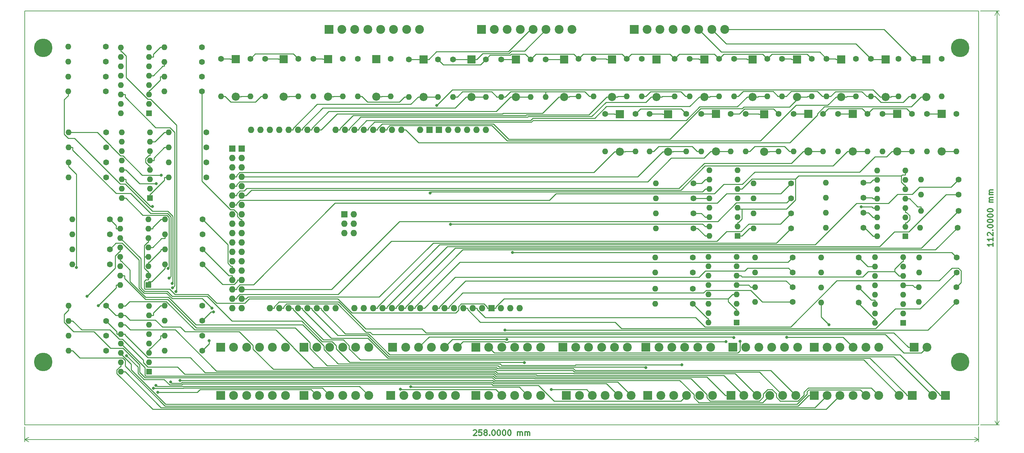
<source format=gbr>
%TF.GenerationSoftware,KiCad,Pcbnew,7.0.10*%
%TF.CreationDate,2024-02-14T14:15:43+07:00*%
%TF.ProjectId,Arduino_IO_Board,41726475-696e-46f5-9f49-4f5f426f6172,rev?*%
%TF.SameCoordinates,Original*%
%TF.FileFunction,Copper,L1,Top*%
%TF.FilePolarity,Positive*%
%FSLAX46Y46*%
G04 Gerber Fmt 4.6, Leading zero omitted, Abs format (unit mm)*
G04 Created by KiCad (PCBNEW 7.0.10) date 2024-02-14 14:15:43*
%MOMM*%
%LPD*%
G01*
G04 APERTURE LIST*
%ADD10C,0.300000*%
%TA.AperFunction,NonConductor*%
%ADD11C,0.300000*%
%TD*%
%TA.AperFunction,NonConductor*%
%ADD12C,0.200000*%
%TD*%
%TA.AperFunction,ComponentPad*%
%ADD13R,2.200000X2.200000*%
%TD*%
%TA.AperFunction,ComponentPad*%
%ADD14O,2.200000X2.200000*%
%TD*%
%TA.AperFunction,ComponentPad*%
%ADD15C,1.600000*%
%TD*%
%TA.AperFunction,ComponentPad*%
%ADD16O,1.600000X1.600000*%
%TD*%
%TA.AperFunction,ComponentPad*%
%ADD17R,1.600000X1.600000*%
%TD*%
%TA.AperFunction,ComponentPad*%
%ADD18R,2.400000X2.400000*%
%TD*%
%TA.AperFunction,ComponentPad*%
%ADD19C,2.400000*%
%TD*%
%TA.AperFunction,ComponentPad*%
%ADD20O,1.727200X1.727200*%
%TD*%
%TA.AperFunction,ComponentPad*%
%ADD21R,1.727200X1.727200*%
%TD*%
%TA.AperFunction,ViaPad*%
%ADD22C,5.000000*%
%TD*%
%TA.AperFunction,ViaPad*%
%ADD23C,0.800000*%
%TD*%
%TA.AperFunction,Conductor*%
%ADD24C,0.250000*%
%TD*%
G04 APERTURE END LIST*
D10*
D11*
X278878328Y-80785712D02*
X278878328Y-81642855D01*
X278878328Y-81214284D02*
X277378328Y-81214284D01*
X277378328Y-81214284D02*
X277592614Y-81357141D01*
X277592614Y-81357141D02*
X277735471Y-81499998D01*
X277735471Y-81499998D02*
X277806900Y-81642855D01*
X278878328Y-79357141D02*
X278878328Y-80214284D01*
X278878328Y-79785713D02*
X277378328Y-79785713D01*
X277378328Y-79785713D02*
X277592614Y-79928570D01*
X277592614Y-79928570D02*
X277735471Y-80071427D01*
X277735471Y-80071427D02*
X277806900Y-80214284D01*
X277521185Y-78785713D02*
X277449757Y-78714285D01*
X277449757Y-78714285D02*
X277378328Y-78571428D01*
X277378328Y-78571428D02*
X277378328Y-78214285D01*
X277378328Y-78214285D02*
X277449757Y-78071428D01*
X277449757Y-78071428D02*
X277521185Y-77999999D01*
X277521185Y-77999999D02*
X277664042Y-77928570D01*
X277664042Y-77928570D02*
X277806900Y-77928570D01*
X277806900Y-77928570D02*
X278021185Y-77999999D01*
X278021185Y-77999999D02*
X278878328Y-78857142D01*
X278878328Y-78857142D02*
X278878328Y-77928570D01*
X278735471Y-77285714D02*
X278806900Y-77214285D01*
X278806900Y-77214285D02*
X278878328Y-77285714D01*
X278878328Y-77285714D02*
X278806900Y-77357142D01*
X278806900Y-77357142D02*
X278735471Y-77285714D01*
X278735471Y-77285714D02*
X278878328Y-77285714D01*
X277378328Y-76285713D02*
X277378328Y-76142856D01*
X277378328Y-76142856D02*
X277449757Y-75999999D01*
X277449757Y-75999999D02*
X277521185Y-75928571D01*
X277521185Y-75928571D02*
X277664042Y-75857142D01*
X277664042Y-75857142D02*
X277949757Y-75785713D01*
X277949757Y-75785713D02*
X278306900Y-75785713D01*
X278306900Y-75785713D02*
X278592614Y-75857142D01*
X278592614Y-75857142D02*
X278735471Y-75928571D01*
X278735471Y-75928571D02*
X278806900Y-75999999D01*
X278806900Y-75999999D02*
X278878328Y-76142856D01*
X278878328Y-76142856D02*
X278878328Y-76285713D01*
X278878328Y-76285713D02*
X278806900Y-76428571D01*
X278806900Y-76428571D02*
X278735471Y-76499999D01*
X278735471Y-76499999D02*
X278592614Y-76571428D01*
X278592614Y-76571428D02*
X278306900Y-76642856D01*
X278306900Y-76642856D02*
X277949757Y-76642856D01*
X277949757Y-76642856D02*
X277664042Y-76571428D01*
X277664042Y-76571428D02*
X277521185Y-76499999D01*
X277521185Y-76499999D02*
X277449757Y-76428571D01*
X277449757Y-76428571D02*
X277378328Y-76285713D01*
X277378328Y-74857142D02*
X277378328Y-74714285D01*
X277378328Y-74714285D02*
X277449757Y-74571428D01*
X277449757Y-74571428D02*
X277521185Y-74500000D01*
X277521185Y-74500000D02*
X277664042Y-74428571D01*
X277664042Y-74428571D02*
X277949757Y-74357142D01*
X277949757Y-74357142D02*
X278306900Y-74357142D01*
X278306900Y-74357142D02*
X278592614Y-74428571D01*
X278592614Y-74428571D02*
X278735471Y-74500000D01*
X278735471Y-74500000D02*
X278806900Y-74571428D01*
X278806900Y-74571428D02*
X278878328Y-74714285D01*
X278878328Y-74714285D02*
X278878328Y-74857142D01*
X278878328Y-74857142D02*
X278806900Y-75000000D01*
X278806900Y-75000000D02*
X278735471Y-75071428D01*
X278735471Y-75071428D02*
X278592614Y-75142857D01*
X278592614Y-75142857D02*
X278306900Y-75214285D01*
X278306900Y-75214285D02*
X277949757Y-75214285D01*
X277949757Y-75214285D02*
X277664042Y-75142857D01*
X277664042Y-75142857D02*
X277521185Y-75071428D01*
X277521185Y-75071428D02*
X277449757Y-75000000D01*
X277449757Y-75000000D02*
X277378328Y-74857142D01*
X277378328Y-73428571D02*
X277378328Y-73285714D01*
X277378328Y-73285714D02*
X277449757Y-73142857D01*
X277449757Y-73142857D02*
X277521185Y-73071429D01*
X277521185Y-73071429D02*
X277664042Y-73000000D01*
X277664042Y-73000000D02*
X277949757Y-72928571D01*
X277949757Y-72928571D02*
X278306900Y-72928571D01*
X278306900Y-72928571D02*
X278592614Y-73000000D01*
X278592614Y-73000000D02*
X278735471Y-73071429D01*
X278735471Y-73071429D02*
X278806900Y-73142857D01*
X278806900Y-73142857D02*
X278878328Y-73285714D01*
X278878328Y-73285714D02*
X278878328Y-73428571D01*
X278878328Y-73428571D02*
X278806900Y-73571429D01*
X278806900Y-73571429D02*
X278735471Y-73642857D01*
X278735471Y-73642857D02*
X278592614Y-73714286D01*
X278592614Y-73714286D02*
X278306900Y-73785714D01*
X278306900Y-73785714D02*
X277949757Y-73785714D01*
X277949757Y-73785714D02*
X277664042Y-73714286D01*
X277664042Y-73714286D02*
X277521185Y-73642857D01*
X277521185Y-73642857D02*
X277449757Y-73571429D01*
X277449757Y-73571429D02*
X277378328Y-73428571D01*
X277378328Y-72000000D02*
X277378328Y-71857143D01*
X277378328Y-71857143D02*
X277449757Y-71714286D01*
X277449757Y-71714286D02*
X277521185Y-71642858D01*
X277521185Y-71642858D02*
X277664042Y-71571429D01*
X277664042Y-71571429D02*
X277949757Y-71500000D01*
X277949757Y-71500000D02*
X278306900Y-71500000D01*
X278306900Y-71500000D02*
X278592614Y-71571429D01*
X278592614Y-71571429D02*
X278735471Y-71642858D01*
X278735471Y-71642858D02*
X278806900Y-71714286D01*
X278806900Y-71714286D02*
X278878328Y-71857143D01*
X278878328Y-71857143D02*
X278878328Y-72000000D01*
X278878328Y-72000000D02*
X278806900Y-72142858D01*
X278806900Y-72142858D02*
X278735471Y-72214286D01*
X278735471Y-72214286D02*
X278592614Y-72285715D01*
X278592614Y-72285715D02*
X278306900Y-72357143D01*
X278306900Y-72357143D02*
X277949757Y-72357143D01*
X277949757Y-72357143D02*
X277664042Y-72285715D01*
X277664042Y-72285715D02*
X277521185Y-72214286D01*
X277521185Y-72214286D02*
X277449757Y-72142858D01*
X277449757Y-72142858D02*
X277378328Y-72000000D01*
X278878328Y-69714287D02*
X277878328Y-69714287D01*
X278021185Y-69714287D02*
X277949757Y-69642858D01*
X277949757Y-69642858D02*
X277878328Y-69500001D01*
X277878328Y-69500001D02*
X277878328Y-69285715D01*
X277878328Y-69285715D02*
X277949757Y-69142858D01*
X277949757Y-69142858D02*
X278092614Y-69071430D01*
X278092614Y-69071430D02*
X278878328Y-69071430D01*
X278092614Y-69071430D02*
X277949757Y-69000001D01*
X277949757Y-69000001D02*
X277878328Y-68857144D01*
X277878328Y-68857144D02*
X277878328Y-68642858D01*
X277878328Y-68642858D02*
X277949757Y-68500001D01*
X277949757Y-68500001D02*
X278092614Y-68428572D01*
X278092614Y-68428572D02*
X278878328Y-68428572D01*
X278878328Y-67714287D02*
X277878328Y-67714287D01*
X278021185Y-67714287D02*
X277949757Y-67642858D01*
X277949757Y-67642858D02*
X277878328Y-67500001D01*
X277878328Y-67500001D02*
X277878328Y-67285715D01*
X277878328Y-67285715D02*
X277949757Y-67142858D01*
X277949757Y-67142858D02*
X278092614Y-67071430D01*
X278092614Y-67071430D02*
X278878328Y-67071430D01*
X278092614Y-67071430D02*
X277949757Y-67000001D01*
X277949757Y-67000001D02*
X277878328Y-66857144D01*
X277878328Y-66857144D02*
X277878328Y-66642858D01*
X277878328Y-66642858D02*
X277949757Y-66500001D01*
X277949757Y-66500001D02*
X278092614Y-66428572D01*
X278092614Y-66428572D02*
X278878328Y-66428572D01*
D12*
X275500000Y-130000000D02*
X280586420Y-130000000D01*
X275500000Y-18000000D02*
X280586420Y-18000000D01*
X280000000Y-130000000D02*
X280000000Y-18000000D01*
X280000000Y-130000000D02*
X280000000Y-18000000D01*
X280000000Y-130000000D02*
X279413579Y-128873496D01*
X280000000Y-130000000D02*
X280586421Y-128873496D01*
X280000000Y-18000000D02*
X280586421Y-19126504D01*
X280000000Y-18000000D02*
X279413579Y-19126504D01*
D10*
D11*
X138357144Y-131521184D02*
X138428572Y-131449756D01*
X138428572Y-131449756D02*
X138571430Y-131378327D01*
X138571430Y-131378327D02*
X138928572Y-131378327D01*
X138928572Y-131378327D02*
X139071430Y-131449756D01*
X139071430Y-131449756D02*
X139142858Y-131521184D01*
X139142858Y-131521184D02*
X139214287Y-131664041D01*
X139214287Y-131664041D02*
X139214287Y-131806899D01*
X139214287Y-131806899D02*
X139142858Y-132021184D01*
X139142858Y-132021184D02*
X138285715Y-132878327D01*
X138285715Y-132878327D02*
X139214287Y-132878327D01*
X140571429Y-131378327D02*
X139857143Y-131378327D01*
X139857143Y-131378327D02*
X139785715Y-132092613D01*
X139785715Y-132092613D02*
X139857143Y-132021184D01*
X139857143Y-132021184D02*
X140000001Y-131949756D01*
X140000001Y-131949756D02*
X140357143Y-131949756D01*
X140357143Y-131949756D02*
X140500001Y-132021184D01*
X140500001Y-132021184D02*
X140571429Y-132092613D01*
X140571429Y-132092613D02*
X140642858Y-132235470D01*
X140642858Y-132235470D02*
X140642858Y-132592613D01*
X140642858Y-132592613D02*
X140571429Y-132735470D01*
X140571429Y-132735470D02*
X140500001Y-132806899D01*
X140500001Y-132806899D02*
X140357143Y-132878327D01*
X140357143Y-132878327D02*
X140000001Y-132878327D01*
X140000001Y-132878327D02*
X139857143Y-132806899D01*
X139857143Y-132806899D02*
X139785715Y-132735470D01*
X141500000Y-132021184D02*
X141357143Y-131949756D01*
X141357143Y-131949756D02*
X141285714Y-131878327D01*
X141285714Y-131878327D02*
X141214286Y-131735470D01*
X141214286Y-131735470D02*
X141214286Y-131664041D01*
X141214286Y-131664041D02*
X141285714Y-131521184D01*
X141285714Y-131521184D02*
X141357143Y-131449756D01*
X141357143Y-131449756D02*
X141500000Y-131378327D01*
X141500000Y-131378327D02*
X141785714Y-131378327D01*
X141785714Y-131378327D02*
X141928572Y-131449756D01*
X141928572Y-131449756D02*
X142000000Y-131521184D01*
X142000000Y-131521184D02*
X142071429Y-131664041D01*
X142071429Y-131664041D02*
X142071429Y-131735470D01*
X142071429Y-131735470D02*
X142000000Y-131878327D01*
X142000000Y-131878327D02*
X141928572Y-131949756D01*
X141928572Y-131949756D02*
X141785714Y-132021184D01*
X141785714Y-132021184D02*
X141500000Y-132021184D01*
X141500000Y-132021184D02*
X141357143Y-132092613D01*
X141357143Y-132092613D02*
X141285714Y-132164041D01*
X141285714Y-132164041D02*
X141214286Y-132306899D01*
X141214286Y-132306899D02*
X141214286Y-132592613D01*
X141214286Y-132592613D02*
X141285714Y-132735470D01*
X141285714Y-132735470D02*
X141357143Y-132806899D01*
X141357143Y-132806899D02*
X141500000Y-132878327D01*
X141500000Y-132878327D02*
X141785714Y-132878327D01*
X141785714Y-132878327D02*
X141928572Y-132806899D01*
X141928572Y-132806899D02*
X142000000Y-132735470D01*
X142000000Y-132735470D02*
X142071429Y-132592613D01*
X142071429Y-132592613D02*
X142071429Y-132306899D01*
X142071429Y-132306899D02*
X142000000Y-132164041D01*
X142000000Y-132164041D02*
X141928572Y-132092613D01*
X141928572Y-132092613D02*
X141785714Y-132021184D01*
X142714285Y-132735470D02*
X142785714Y-132806899D01*
X142785714Y-132806899D02*
X142714285Y-132878327D01*
X142714285Y-132878327D02*
X142642857Y-132806899D01*
X142642857Y-132806899D02*
X142714285Y-132735470D01*
X142714285Y-132735470D02*
X142714285Y-132878327D01*
X143714286Y-131378327D02*
X143857143Y-131378327D01*
X143857143Y-131378327D02*
X144000000Y-131449756D01*
X144000000Y-131449756D02*
X144071429Y-131521184D01*
X144071429Y-131521184D02*
X144142857Y-131664041D01*
X144142857Y-131664041D02*
X144214286Y-131949756D01*
X144214286Y-131949756D02*
X144214286Y-132306899D01*
X144214286Y-132306899D02*
X144142857Y-132592613D01*
X144142857Y-132592613D02*
X144071429Y-132735470D01*
X144071429Y-132735470D02*
X144000000Y-132806899D01*
X144000000Y-132806899D02*
X143857143Y-132878327D01*
X143857143Y-132878327D02*
X143714286Y-132878327D01*
X143714286Y-132878327D02*
X143571429Y-132806899D01*
X143571429Y-132806899D02*
X143500000Y-132735470D01*
X143500000Y-132735470D02*
X143428571Y-132592613D01*
X143428571Y-132592613D02*
X143357143Y-132306899D01*
X143357143Y-132306899D02*
X143357143Y-131949756D01*
X143357143Y-131949756D02*
X143428571Y-131664041D01*
X143428571Y-131664041D02*
X143500000Y-131521184D01*
X143500000Y-131521184D02*
X143571429Y-131449756D01*
X143571429Y-131449756D02*
X143714286Y-131378327D01*
X145142857Y-131378327D02*
X145285714Y-131378327D01*
X145285714Y-131378327D02*
X145428571Y-131449756D01*
X145428571Y-131449756D02*
X145500000Y-131521184D01*
X145500000Y-131521184D02*
X145571428Y-131664041D01*
X145571428Y-131664041D02*
X145642857Y-131949756D01*
X145642857Y-131949756D02*
X145642857Y-132306899D01*
X145642857Y-132306899D02*
X145571428Y-132592613D01*
X145571428Y-132592613D02*
X145500000Y-132735470D01*
X145500000Y-132735470D02*
X145428571Y-132806899D01*
X145428571Y-132806899D02*
X145285714Y-132878327D01*
X145285714Y-132878327D02*
X145142857Y-132878327D01*
X145142857Y-132878327D02*
X145000000Y-132806899D01*
X145000000Y-132806899D02*
X144928571Y-132735470D01*
X144928571Y-132735470D02*
X144857142Y-132592613D01*
X144857142Y-132592613D02*
X144785714Y-132306899D01*
X144785714Y-132306899D02*
X144785714Y-131949756D01*
X144785714Y-131949756D02*
X144857142Y-131664041D01*
X144857142Y-131664041D02*
X144928571Y-131521184D01*
X144928571Y-131521184D02*
X145000000Y-131449756D01*
X145000000Y-131449756D02*
X145142857Y-131378327D01*
X146571428Y-131378327D02*
X146714285Y-131378327D01*
X146714285Y-131378327D02*
X146857142Y-131449756D01*
X146857142Y-131449756D02*
X146928571Y-131521184D01*
X146928571Y-131521184D02*
X146999999Y-131664041D01*
X146999999Y-131664041D02*
X147071428Y-131949756D01*
X147071428Y-131949756D02*
X147071428Y-132306899D01*
X147071428Y-132306899D02*
X146999999Y-132592613D01*
X146999999Y-132592613D02*
X146928571Y-132735470D01*
X146928571Y-132735470D02*
X146857142Y-132806899D01*
X146857142Y-132806899D02*
X146714285Y-132878327D01*
X146714285Y-132878327D02*
X146571428Y-132878327D01*
X146571428Y-132878327D02*
X146428571Y-132806899D01*
X146428571Y-132806899D02*
X146357142Y-132735470D01*
X146357142Y-132735470D02*
X146285713Y-132592613D01*
X146285713Y-132592613D02*
X146214285Y-132306899D01*
X146214285Y-132306899D02*
X146214285Y-131949756D01*
X146214285Y-131949756D02*
X146285713Y-131664041D01*
X146285713Y-131664041D02*
X146357142Y-131521184D01*
X146357142Y-131521184D02*
X146428571Y-131449756D01*
X146428571Y-131449756D02*
X146571428Y-131378327D01*
X147999999Y-131378327D02*
X148142856Y-131378327D01*
X148142856Y-131378327D02*
X148285713Y-131449756D01*
X148285713Y-131449756D02*
X148357142Y-131521184D01*
X148357142Y-131521184D02*
X148428570Y-131664041D01*
X148428570Y-131664041D02*
X148499999Y-131949756D01*
X148499999Y-131949756D02*
X148499999Y-132306899D01*
X148499999Y-132306899D02*
X148428570Y-132592613D01*
X148428570Y-132592613D02*
X148357142Y-132735470D01*
X148357142Y-132735470D02*
X148285713Y-132806899D01*
X148285713Y-132806899D02*
X148142856Y-132878327D01*
X148142856Y-132878327D02*
X147999999Y-132878327D01*
X147999999Y-132878327D02*
X147857142Y-132806899D01*
X147857142Y-132806899D02*
X147785713Y-132735470D01*
X147785713Y-132735470D02*
X147714284Y-132592613D01*
X147714284Y-132592613D02*
X147642856Y-132306899D01*
X147642856Y-132306899D02*
X147642856Y-131949756D01*
X147642856Y-131949756D02*
X147714284Y-131664041D01*
X147714284Y-131664041D02*
X147785713Y-131521184D01*
X147785713Y-131521184D02*
X147857142Y-131449756D01*
X147857142Y-131449756D02*
X147999999Y-131378327D01*
X150285712Y-132878327D02*
X150285712Y-131878327D01*
X150285712Y-132021184D02*
X150357141Y-131949756D01*
X150357141Y-131949756D02*
X150499998Y-131878327D01*
X150499998Y-131878327D02*
X150714284Y-131878327D01*
X150714284Y-131878327D02*
X150857141Y-131949756D01*
X150857141Y-131949756D02*
X150928570Y-132092613D01*
X150928570Y-132092613D02*
X150928570Y-132878327D01*
X150928570Y-132092613D02*
X150999998Y-131949756D01*
X150999998Y-131949756D02*
X151142855Y-131878327D01*
X151142855Y-131878327D02*
X151357141Y-131878327D01*
X151357141Y-131878327D02*
X151499998Y-131949756D01*
X151499998Y-131949756D02*
X151571427Y-132092613D01*
X151571427Y-132092613D02*
X151571427Y-132878327D01*
X152285712Y-132878327D02*
X152285712Y-131878327D01*
X152285712Y-132021184D02*
X152357141Y-131949756D01*
X152357141Y-131949756D02*
X152499998Y-131878327D01*
X152499998Y-131878327D02*
X152714284Y-131878327D01*
X152714284Y-131878327D02*
X152857141Y-131949756D01*
X152857141Y-131949756D02*
X152928570Y-132092613D01*
X152928570Y-132092613D02*
X152928570Y-132878327D01*
X152928570Y-132092613D02*
X152999998Y-131949756D01*
X152999998Y-131949756D02*
X153142855Y-131878327D01*
X153142855Y-131878327D02*
X153357141Y-131878327D01*
X153357141Y-131878327D02*
X153499998Y-131949756D01*
X153499998Y-131949756D02*
X153571427Y-132092613D01*
X153571427Y-132092613D02*
X153571427Y-132878327D01*
D12*
X17000000Y-130500000D02*
X17000000Y-134586419D01*
X275000000Y-130500000D02*
X275000000Y-134586419D01*
X17000000Y-133999999D02*
X275000000Y-133999999D01*
X17000000Y-133999999D02*
X275000000Y-133999999D01*
X17000000Y-133999999D02*
X18126504Y-133413578D01*
X17000000Y-133999999D02*
X18126504Y-134586420D01*
X275000000Y-133999999D02*
X273873496Y-134586420D01*
X275000000Y-133999999D02*
X273873496Y-133413578D01*
X17000000Y-18000000D02*
X275000000Y-18000000D01*
X275000000Y-130000000D01*
X17000000Y-130000000D01*
X17000000Y-18000000D01*
D13*
%TO.P,D7,1,K*%
%TO.N,Net-(D7-K)*%
X187838000Y-31074000D03*
D14*
%TO.P,D7,2,A*%
%TO.N,/A6*%
X187838000Y-41234000D03*
%TD*%
D15*
%TO.P,R73,1*%
%TO.N,/D22*%
X224260000Y-76785000D03*
D16*
%TO.P,R73,2*%
%TO.N,Net-(R73-Pad2)*%
X214100000Y-76785000D03*
%TD*%
D15*
%TO.P,R47,1*%
%TO.N,+5V*%
X78000000Y-30920000D03*
D16*
%TO.P,R47,2*%
%TO.N,/D53*%
X78000000Y-41080000D03*
%TD*%
D15*
%TO.P,R32,1*%
%TO.N,Net-(D16-K)*%
X224950000Y-45840000D03*
D16*
%TO.P,R32,2*%
%TO.N,GND1*%
X224950000Y-56000000D03*
%TD*%
D15*
%TO.P,R86,1*%
%TO.N,/D31*%
X65000000Y-105845000D03*
D16*
%TO.P,R86,2*%
%TO.N,Net-(R86-Pad2)*%
X54840000Y-105845000D03*
%TD*%
D15*
%TO.P,R56,1*%
%TO.N,Net-(J5-Pin_5)*%
X243800000Y-64485000D03*
D16*
%TO.P,R56,2*%
%TO.N,Net-(J5-Pin_4)*%
X233640000Y-64485000D03*
%TD*%
D15*
%TO.P,R49,1*%
%TO.N,/D2*%
X269560000Y-63635000D03*
D16*
%TO.P,R49,2*%
%TO.N,Net-(R49-Pad2)*%
X259400000Y-63635000D03*
%TD*%
D13*
%TO.P,D6,1,K*%
%TO.N,Net-(D6-K)*%
X200838000Y-31074000D03*
D14*
%TO.P,D6,2,A*%
%TO.N,/A5*%
X200838000Y-41234000D03*
%TD*%
D15*
%TO.P,R107,1*%
%TO.N,Net-(J17-Pin_2)*%
X39000000Y-54900000D03*
D16*
%TO.P,R107,2*%
%TO.N,Net-(J17-Pin_1)*%
X28840000Y-54900000D03*
%TD*%
D15*
%TO.P,R106,1*%
%TO.N,Net-(J16-Pin_5)*%
X39000000Y-58950000D03*
D16*
%TO.P,R106,2*%
%TO.N,Net-(J16-Pin_4)*%
X28840000Y-58950000D03*
%TD*%
D15*
%TO.P,R48,1*%
%TO.N,Net-(D24-K)*%
X70050000Y-30920000D03*
D16*
%TO.P,R48,2*%
%TO.N,GND1*%
X70050000Y-41080000D03*
%TD*%
D15*
%TO.P,R55,1*%
%TO.N,Net-(J5-Pin_2)*%
X243800000Y-68535000D03*
D16*
%TO.P,R55,2*%
%TO.N,Net-(J5-Pin_1)*%
X233640000Y-68535000D03*
%TD*%
D15*
%TO.P,R25,1*%
%TO.N,+5V*%
X269000000Y-45840000D03*
D16*
%TO.P,R25,2*%
%TO.N,/D42*%
X269000000Y-56000000D03*
%TD*%
D15*
%TO.P,R31,1*%
%TO.N,+5V*%
X232900000Y-45840000D03*
D16*
%TO.P,R31,2*%
%TO.N,/D45*%
X232900000Y-56000000D03*
%TD*%
D15*
%TO.P,R98,1*%
%TO.N,/D35*%
X66080000Y-58950000D03*
D16*
%TO.P,R98,2*%
%TO.N,Net-(R98-Pad2)*%
X55920000Y-58950000D03*
%TD*%
D17*
%TO.P,U4,1*%
%TO.N,Net-(R73-Pad2)*%
X209800000Y-78875000D03*
D16*
%TO.P,U4,2*%
%TO.N,GND*%
X209800000Y-76335000D03*
%TO.P,U4,3*%
%TO.N,Net-(R74-Pad2)*%
X209800000Y-73795000D03*
%TO.P,U4,4*%
%TO.N,GND*%
X209800000Y-71255000D03*
%TO.P,U4,5*%
%TO.N,Net-(R75-Pad2)*%
X209800000Y-68715000D03*
%TO.P,U4,6*%
%TO.N,GND*%
X209800000Y-66175000D03*
%TO.P,U4,7*%
%TO.N,Net-(R76-Pad2)*%
X209800000Y-63635000D03*
%TO.P,U4,8*%
%TO.N,GND*%
X209800000Y-61095000D03*
%TO.P,U4,9*%
%TO.N,Net-(J11-Pin_6)*%
X202180000Y-61095000D03*
%TO.P,U4,10*%
%TO.N,Net-(J11-Pin_5)*%
X202180000Y-63635000D03*
%TO.P,U4,11*%
%TO.N,Net-(J11-Pin_3)*%
X202180000Y-66175000D03*
%TO.P,U4,12*%
%TO.N,Net-(J11-Pin_2)*%
X202180000Y-68715000D03*
%TO.P,U4,13*%
%TO.N,Net-(J10-Pin_6)*%
X202180000Y-71255000D03*
%TO.P,U4,14*%
%TO.N,Net-(J10-Pin_5)*%
X202180000Y-73795000D03*
%TO.P,U4,15*%
%TO.N,Net-(J10-Pin_3)*%
X202180000Y-76335000D03*
%TO.P,U4,16*%
%TO.N,Net-(J10-Pin_2)*%
X202180000Y-78875000D03*
%TD*%
D15*
%TO.P,R90,1*%
%TO.N,Net-(J12-Pin_5)*%
X40000000Y-82465000D03*
D16*
%TO.P,R90,2*%
%TO.N,Net-(J12-Pin_4)*%
X29840000Y-82465000D03*
%TD*%
D15*
%TO.P,R80,1*%
%TO.N,Net-(J11-Pin_5)*%
X197880000Y-64635000D03*
D16*
%TO.P,R80,2*%
%TO.N,Net-(J11-Pin_4)*%
X187720000Y-64635000D03*
%TD*%
D18*
%TO.P,J8,1,Pin_1*%
%TO.N,Net-(J8-Pin_1)*%
X230500000Y-109000000D03*
D19*
%TO.P,J8,2,Pin_2*%
%TO.N,Net-(J8-Pin_2)*%
X234000000Y-109000000D03*
%TO.P,J8,3,Pin_3*%
%TO.N,Net-(J8-Pin_3)*%
X237500000Y-109000000D03*
%TO.P,J8,4,Pin_4*%
%TO.N,Net-(J8-Pin_4)*%
X241000000Y-109000000D03*
%TO.P,J8,5,Pin_5*%
%TO.N,Net-(J8-Pin_5)*%
X244500000Y-109000000D03*
%TO.P,J8,6,Pin_6*%
%TO.N,Net-(J8-Pin_6)*%
X248000000Y-109000000D03*
%TD*%
D15*
%TO.P,R87,1*%
%TO.N,/D32*%
X65000000Y-101795000D03*
D16*
%TO.P,R87,2*%
%TO.N,Net-(R87-Pad2)*%
X54840000Y-101795000D03*
%TD*%
D15*
%TO.P,R108,1*%
%TO.N,Net-(J17-Pin_5)*%
X39000000Y-50850000D03*
D16*
%TO.P,R108,2*%
%TO.N,Net-(J17-Pin_4)*%
X28840000Y-50850000D03*
%TD*%
D15*
%TO.P,R40,1*%
%TO.N,Net-(D20-K)*%
X173950000Y-45840000D03*
D16*
%TO.P,R40,2*%
%TO.N,GND1*%
X173950000Y-56000000D03*
%TD*%
D18*
%TO.P,J19,1,Pin_1*%
%TO.N,Net-(J19-Pin_1)*%
X70000000Y-122000000D03*
D19*
%TO.P,J19,2,Pin_2*%
%TO.N,Net-(J19-Pin_2)*%
X73500000Y-122000000D03*
%TO.P,J19,3,Pin_3*%
%TO.N,Net-(J19-Pin_3)*%
X77000000Y-122000000D03*
%TO.P,J19,4,Pin_4*%
%TO.N,Net-(J19-Pin_4)*%
X80500000Y-122000000D03*
%TO.P,J19,5,Pin_5*%
%TO.N,Net-(J19-Pin_5)*%
X84000000Y-122000000D03*
%TO.P,J19,6,Pin_6*%
%TO.N,Net-(J19-Pin_6)*%
X87500000Y-122000000D03*
%TD*%
D13*
%TO.P,D9,1,K*%
%TO.N,Net-(D9-K)*%
X162838000Y-31074000D03*
D14*
%TO.P,D9,2,A*%
%TO.N,/A8*%
X162838000Y-41234000D03*
%TD*%
D15*
%TO.P,R72,1*%
%TO.N,Net-(J9-Pin_5)*%
X242560000Y-84715000D03*
D16*
%TO.P,R72,2*%
%TO.N,Net-(J9-Pin_4)*%
X232400000Y-84715000D03*
%TD*%
D15*
%TO.P,R54,1*%
%TO.N,Net-(J4-Pin_5)*%
X243800000Y-72585000D03*
D16*
%TO.P,R54,2*%
%TO.N,Net-(J4-Pin_4)*%
X233640000Y-72585000D03*
%TD*%
D18*
%TO.P,J22,1,Pin_1*%
%TO.N,Net-(A1-D21{slash}SCL)*%
X257500000Y-109000000D03*
D19*
%TO.P,J22,2,Pin_2*%
%TO.N,Net-(A1-D20{slash}SDA)*%
X261000000Y-109000000D03*
%TD*%
D15*
%TO.P,R24,1*%
%TO.N,Net-(D12-K)*%
X120838000Y-31074000D03*
D16*
%TO.P,R24,2*%
%TO.N,GND1*%
X120838000Y-41234000D03*
%TD*%
D15*
%TO.P,R6,1*%
%TO.N,Net-(D3-K)*%
X233838000Y-30920000D03*
D16*
%TO.P,R6,2*%
%TO.N,GND1*%
X233838000Y-41080000D03*
%TD*%
D15*
%TO.P,R11,1*%
%TO.N,+5V*%
X204788000Y-30920000D03*
D16*
%TO.P,R11,2*%
%TO.N,/A5*%
X204788000Y-41080000D03*
%TD*%
D15*
%TO.P,R3,1*%
%TO.N,+5V*%
X253288000Y-30920000D03*
D16*
%TO.P,R3,2*%
%TO.N,/A1*%
X253288000Y-41080000D03*
%TD*%
D15*
%TO.P,R35,1*%
%TO.N,+5V*%
X207900000Y-45840000D03*
D16*
%TO.P,R35,2*%
%TO.N,/D47*%
X207900000Y-56000000D03*
%TD*%
D15*
%TO.P,R103,1*%
%TO.N,/D40*%
X64920000Y-31770000D03*
D16*
%TO.P,R103,2*%
%TO.N,Net-(R103-Pad2)*%
X54760000Y-31770000D03*
%TD*%
D15*
%TO.P,R51,1*%
%TO.N,/D4*%
X269560000Y-72075000D03*
D16*
%TO.P,R51,2*%
%TO.N,Net-(R51-Pad2)*%
X259400000Y-72075000D03*
%TD*%
D15*
%TO.P,R74,1*%
%TO.N,/D23*%
X224260000Y-72735000D03*
D16*
%TO.P,R74,2*%
%TO.N,Net-(R74-Pad2)*%
X214100000Y-72735000D03*
%TD*%
D18*
%TO.P,J21,1,Pin_1*%
%TO.N,Net-(A1-D16{slash}TX2)*%
X266000000Y-122000000D03*
D19*
%TO.P,J21,2,Pin_2*%
%TO.N,Net-(A1-D17{slash}RX2)*%
X262500000Y-122000000D03*
%TD*%
D18*
%TO.P,J13,1,Pin_1*%
%TO.N,Net-(J13-Pin_1)*%
X163500000Y-122000000D03*
D19*
%TO.P,J13,2,Pin_2*%
%TO.N,Net-(J13-Pin_2)*%
X167000000Y-122000000D03*
%TO.P,J13,3,Pin_3*%
%TO.N,Net-(J13-Pin_3)*%
X170500000Y-122000000D03*
%TO.P,J13,4,Pin_4*%
%TO.N,Net-(J13-Pin_4)*%
X174000000Y-122000000D03*
%TO.P,J13,5,Pin_5*%
%TO.N,Net-(J13-Pin_5)*%
X177500000Y-122000000D03*
%TO.P,J13,6,Pin_6*%
%TO.N,Net-(J13-Pin_6)*%
X181000000Y-122000000D03*
%TD*%
D13*
%TO.P,D19,1,K*%
%TO.N,Net-(D19-K)*%
X190950000Y-45920000D03*
D14*
%TO.P,D19,2,A*%
%TO.N,/D48*%
X190950000Y-56080000D03*
%TD*%
D13*
%TO.P,D4,1,K*%
%TO.N,Net-(D4-K)*%
X225838000Y-31074000D03*
D14*
%TO.P,D4,2,A*%
%TO.N,/A3*%
X225838000Y-41234000D03*
%TD*%
D15*
%TO.P,R50,1*%
%TO.N,/D3*%
X269560000Y-67635000D03*
D16*
%TO.P,R50,2*%
%TO.N,Net-(R50-Pad2)*%
X259400000Y-67635000D03*
%TD*%
D15*
%TO.P,R44,1*%
%TO.N,Net-(D22-K)*%
X95050000Y-30920000D03*
D16*
%TO.P,R44,2*%
%TO.N,GND1*%
X95050000Y-41080000D03*
%TD*%
D15*
%TO.P,R19,1*%
%TO.N,+5V*%
X153788000Y-31074000D03*
D16*
%TO.P,R19,2*%
%TO.N,/A9*%
X153788000Y-41234000D03*
%TD*%
D15*
%TO.P,R58,1*%
%TO.N,/D7*%
X224720000Y-88715000D03*
D16*
%TO.P,R58,2*%
%TO.N,Net-(R58-Pad2)*%
X214560000Y-88715000D03*
%TD*%
D18*
%TO.P,J5,1,Pin_1*%
%TO.N,Net-(J5-Pin_1)*%
X116500000Y-109000000D03*
D19*
%TO.P,J5,2,Pin_2*%
%TO.N,Net-(J5-Pin_2)*%
X120000000Y-109000000D03*
%TO.P,J5,3,Pin_3*%
%TO.N,Net-(J5-Pin_3)*%
X123500000Y-109000000D03*
%TO.P,J5,4,Pin_4*%
%TO.N,Net-(J5-Pin_4)*%
X127000000Y-109000000D03*
%TO.P,J5,5,Pin_5*%
%TO.N,Net-(J5-Pin_5)*%
X130500000Y-109000000D03*
%TO.P,J5,6,Pin_6*%
%TO.N,Net-(J5-Pin_6)*%
X134000000Y-109000000D03*
%TD*%
D15*
%TO.P,R76,1*%
%TO.N,/D25*%
X224260000Y-64635000D03*
D16*
%TO.P,R76,2*%
%TO.N,Net-(R76-Pad2)*%
X214100000Y-64635000D03*
%TD*%
D15*
%TO.P,R42,1*%
%TO.N,Net-(D21-K)*%
X107050000Y-30920000D03*
D16*
%TO.P,R42,2*%
%TO.N,GND1*%
X107050000Y-41080000D03*
%TD*%
D13*
%TO.P,D21,1,K*%
%TO.N,Net-(D21-K)*%
X112050000Y-31000000D03*
D14*
%TO.P,D21,2,A*%
%TO.N,/D50*%
X112050000Y-41160000D03*
%TD*%
D13*
%TO.P,D3,1,K*%
%TO.N,Net-(D3-K)*%
X237838000Y-31074000D03*
D14*
%TO.P,D3,2,A*%
%TO.N,/A2*%
X237838000Y-41234000D03*
%TD*%
D13*
%TO.P,D12,1,K*%
%TO.N,Net-(D12-K)*%
X124838000Y-31074000D03*
D14*
%TO.P,D12,2,A*%
%TO.N,/A11*%
X124838000Y-41234000D03*
%TD*%
D18*
%TO.P,J4,1,Pin_1*%
%TO.N,Net-(J4-Pin_1)*%
X139000000Y-109000000D03*
D19*
%TO.P,J4,2,Pin_2*%
%TO.N,Net-(J4-Pin_2)*%
X142500000Y-109000000D03*
%TO.P,J4,3,Pin_3*%
%TO.N,Net-(J4-Pin_3)*%
X146000000Y-109000000D03*
%TO.P,J4,4,Pin_4*%
%TO.N,Net-(J4-Pin_4)*%
X149500000Y-109000000D03*
%TO.P,J4,5,Pin_5*%
%TO.N,Net-(J4-Pin_5)*%
X153000000Y-109000000D03*
%TO.P,J4,6,Pin_6*%
%TO.N,Net-(J4-Pin_6)*%
X156500000Y-109000000D03*
%TD*%
D15*
%TO.P,R46,1*%
%TO.N,Net-(D23-K)*%
X82050000Y-30920000D03*
D16*
%TO.P,R46,2*%
%TO.N,GND1*%
X82050000Y-41080000D03*
%TD*%
D13*
%TO.P,D22,1,K*%
%TO.N,Net-(D22-K)*%
X99050000Y-31000000D03*
D14*
%TO.P,D22,2,A*%
%TO.N,/D51*%
X99050000Y-41160000D03*
%TD*%
D15*
%TO.P,R96,1*%
%TO.N,Net-(J15-Pin_5)*%
X39000000Y-97745000D03*
D16*
%TO.P,R96,2*%
%TO.N,Net-(J15-Pin_4)*%
X28840000Y-97745000D03*
%TD*%
D15*
%TO.P,R89,1*%
%TO.N,Net-(J12-Pin_2)*%
X40000000Y-86515000D03*
D16*
%TO.P,R89,2*%
%TO.N,Net-(J12-Pin_1)*%
X29840000Y-86515000D03*
%TD*%
D15*
%TO.P,R71,1*%
%TO.N,Net-(J9-Pin_2)*%
X242560000Y-88765000D03*
D16*
%TO.P,R71,2*%
%TO.N,Net-(J9-Pin_1)*%
X232400000Y-88765000D03*
%TD*%
D18*
%TO.P,J3,1,Pin_1*%
%TO.N,Net-(D24-K)*%
X99272000Y-23000000D03*
D19*
%TO.P,J3,2,Pin_2*%
%TO.N,Net-(D23-K)*%
X102772000Y-23000000D03*
%TO.P,J3,3,Pin_3*%
%TO.N,Net-(D22-K)*%
X106272000Y-23000000D03*
%TO.P,J3,4,Pin_4*%
%TO.N,Net-(D21-K)*%
X109772000Y-23000000D03*
%TO.P,J3,5,Pin_5*%
%TO.N,Net-(D20-K)*%
X113272000Y-23000000D03*
%TO.P,J3,6,Pin_6*%
%TO.N,Net-(D19-K)*%
X116772000Y-23000000D03*
%TO.P,J3,7,Pin_7*%
%TO.N,Net-(D18-K)*%
X120272000Y-23000000D03*
%TO.P,J3,8,Pin_8*%
%TO.N,Net-(D17-K)*%
X123772000Y-23000000D03*
%TD*%
D15*
%TO.P,R14,1*%
%TO.N,Net-(D7-K)*%
X183838000Y-30920000D03*
D16*
%TO.P,R14,2*%
%TO.N,GND1*%
X183838000Y-41080000D03*
%TD*%
D18*
%TO.P,J12,1,Pin_1*%
%TO.N,Net-(J12-Pin_1)*%
X185500000Y-122000000D03*
D19*
%TO.P,J12,2,Pin_2*%
%TO.N,Net-(J12-Pin_2)*%
X189000000Y-122000000D03*
%TO.P,J12,3,Pin_3*%
%TO.N,Net-(J12-Pin_3)*%
X192500000Y-122000000D03*
%TO.P,J12,4,Pin_4*%
%TO.N,Net-(J12-Pin_4)*%
X196000000Y-122000000D03*
%TO.P,J12,5,Pin_5*%
%TO.N,Net-(J12-Pin_5)*%
X199500000Y-122000000D03*
%TO.P,J12,6,Pin_6*%
%TO.N,Net-(J12-Pin_6)*%
X203000000Y-122000000D03*
%TD*%
D20*
%TO.P,A1,*%
%TO.N,*%
X141687000Y-50140000D03*
%TO.P,A1,3V3,3.3V*%
%TO.N,unconnected-(A1-3.3V-Pad3V3)*%
X134067000Y-50140000D03*
%TO.P,A1,5V1,5V*%
%TO.N,+5V*%
X131527000Y-50140000D03*
%TO.P,A1,5V2,SPI_5V*%
%TO.N,unconnected-(A1-SPI_5V-Pad5V2)*%
X103460000Y-78080000D03*
%TO.P,A1,5V3,5V*%
%TO.N,unconnected-(A1-5V-Pad5V3)*%
X75647000Y-98400000D03*
%TO.P,A1,5V4,5V*%
%TO.N,unconnected-(A1-5V-Pad5V4)*%
X73107000Y-98400000D03*
%TO.P,A1,A0,A0*%
%TO.N,/A0*%
X118827000Y-50140000D03*
%TO.P,A1,A1,A1*%
%TO.N,/A1*%
X116287000Y-50140000D03*
%TO.P,A1,A2,A2*%
%TO.N,/A2*%
X113747000Y-50140000D03*
%TO.P,A1,A3,A3*%
%TO.N,/A3*%
X111207000Y-50140000D03*
%TO.P,A1,A4,A4*%
%TO.N,/A4*%
X108667000Y-50140000D03*
%TO.P,A1,A5,A5*%
%TO.N,/A5*%
X106127000Y-50140000D03*
%TO.P,A1,A6,A6*%
%TO.N,/A6*%
X103587000Y-50140000D03*
%TO.P,A1,A7,A7*%
%TO.N,/A7*%
X101047000Y-50140000D03*
%TO.P,A1,A8,A8*%
%TO.N,/A8*%
X95967000Y-50140000D03*
%TO.P,A1,A9,A9*%
%TO.N,/A9*%
X93427000Y-50140000D03*
%TO.P,A1,A10,A10*%
%TO.N,/A10*%
X90887000Y-50140000D03*
%TO.P,A1,A11,A11*%
%TO.N,/A11*%
X88347000Y-50140000D03*
%TO.P,A1,A12,A12*%
%TO.N,unconnected-(A1-PadA12)*%
X85807000Y-50140000D03*
%TO.P,A1,A13,A13*%
%TO.N,unconnected-(A1-PadA13)*%
X83267000Y-50140000D03*
%TO.P,A1,A14,A14*%
%TO.N,unconnected-(A1-PadA14)*%
X80727000Y-50140000D03*
%TO.P,A1,A15,A15*%
%TO.N,unconnected-(A1-PadA15)*%
X78187000Y-50140000D03*
%TO.P,A1,AREF,AREF*%
%TO.N,unconnected-(A1-PadAREF)*%
X145751000Y-98400000D03*
%TO.P,A1,D0,D0/RX0*%
%TO.N,unconnected-(A1-D0{slash}RX0-PadD0)*%
X106127000Y-98400000D03*
%TO.P,A1,D1,D1/TX0*%
%TO.N,unconnected-(A1-D1{slash}TX0-PadD1)*%
X108667000Y-98400000D03*
%TO.P,A1,D2,D2_INT0*%
%TO.N,/D2*%
X111207000Y-98400000D03*
%TO.P,A1,D3,D3_INT1*%
%TO.N,/D3*%
X113747000Y-98400000D03*
%TO.P,A1,D4,D4*%
%TO.N,/D4*%
X116287000Y-98400000D03*
%TO.P,A1,D5,D5*%
%TO.N,/D5*%
X118827000Y-98400000D03*
%TO.P,A1,D6,D6*%
%TO.N,/D6*%
X121367000Y-98400000D03*
%TO.P,A1,D7,D7*%
%TO.N,/D7*%
X123907000Y-98400000D03*
%TO.P,A1,D8,D8*%
%TO.N,/D8*%
X127971000Y-98400000D03*
%TO.P,A1,D9,D9*%
%TO.N,/D9*%
X130511000Y-98400000D03*
%TO.P,A1,D10,D10*%
%TO.N,/D10*%
X133051000Y-98400000D03*
%TO.P,A1,D11,D11*%
%TO.N,/D11*%
X135591000Y-98400000D03*
%TO.P,A1,D12,D12*%
%TO.N,/D12*%
X138131000Y-98400000D03*
%TO.P,A1,D13,D13*%
%TO.N,/D13*%
X140671000Y-98400000D03*
%TO.P,A1,D14,D14/TX3*%
%TO.N,unconnected-(A1-D14{slash}TX3-PadD14)*%
X101047000Y-98400000D03*
%TO.P,A1,D15,D15/RX3*%
%TO.N,unconnected-(A1-D15{slash}RX3-PadD15)*%
X98507000Y-98400000D03*
%TO.P,A1,D16,D16/TX2*%
%TO.N,Net-(A1-D16{slash}TX2)*%
X95967000Y-98400000D03*
%TO.P,A1,D17,D17/RX2*%
%TO.N,Net-(A1-D17{slash}RX2)*%
X93427000Y-98400000D03*
%TO.P,A1,D18,D18/TX1*%
%TO.N,Net-(A1-D18{slash}TX1)*%
X90887000Y-98400000D03*
%TO.P,A1,D19,D19/RX1*%
%TO.N,Net-(A1-D19{slash}RX1)*%
X88347000Y-98400000D03*
%TO.P,A1,D20,D20/SDA*%
%TO.N,Net-(A1-D20{slash}SDA)*%
X85807000Y-98400000D03*
%TO.P,A1,D21,D21/SCL*%
%TO.N,Net-(A1-D21{slash}SCL)*%
X83267000Y-98400000D03*
%TO.P,A1,D22,D22*%
%TO.N,/D22*%
X75647000Y-95860000D03*
%TO.P,A1,D23,D23*%
%TO.N,/D23*%
X73107000Y-95860000D03*
%TO.P,A1,D24,D24*%
%TO.N,/D24*%
X75647000Y-93320000D03*
%TO.P,A1,D25,D25*%
%TO.N,/D25*%
X73107000Y-93320000D03*
%TO.P,A1,D26,D26*%
%TO.N,/D26*%
X75647000Y-90780000D03*
%TO.P,A1,D27,D27*%
%TO.N,/D27*%
X73107000Y-90780000D03*
%TO.P,A1,D28,D28*%
%TO.N,/D28*%
X75647000Y-88240000D03*
%TO.P,A1,D29,D29*%
%TO.N,/D29*%
X73107000Y-88240000D03*
%TO.P,A1,D30,D30*%
%TO.N,/D30*%
X75647000Y-85700000D03*
%TO.P,A1,D31,D31*%
%TO.N,/D31*%
X73107000Y-85700000D03*
%TO.P,A1,D32,D32*%
%TO.N,/D32*%
X75647000Y-83160000D03*
%TO.P,A1,D33,D33*%
%TO.N,/D33*%
X73107000Y-83160000D03*
%TO.P,A1,D34,D34*%
%TO.N,/D34*%
X75647000Y-80620000D03*
%TO.P,A1,D35,D35*%
%TO.N,/D35*%
X73107000Y-80620000D03*
%TO.P,A1,D36,D36*%
%TO.N,/D36*%
X75647000Y-78080000D03*
%TO.P,A1,D37,D37*%
%TO.N,/D37*%
X73107000Y-78080000D03*
%TO.P,A1,D38,D38*%
%TO.N,/D38*%
X75647000Y-75540000D03*
%TO.P,A1,D39,D39*%
%TO.N,/D39*%
X73107000Y-75540000D03*
%TO.P,A1,D40,D40*%
%TO.N,/D40*%
X75647000Y-73000000D03*
%TO.P,A1,D41,D41*%
%TO.N,/D41*%
X73107000Y-73000000D03*
%TO.P,A1,D42,D42*%
%TO.N,/D42*%
X75647000Y-70460000D03*
%TO.P,A1,D43,D43*%
%TO.N,/D43*%
X73107000Y-70460000D03*
%TO.P,A1,D44,D44*%
%TO.N,/D44*%
X75647000Y-67920000D03*
%TO.P,A1,D45,D45*%
%TO.N,/D45*%
X73107000Y-67920000D03*
%TO.P,A1,D46,D46*%
%TO.N,/D46*%
X75647000Y-65380000D03*
%TO.P,A1,D47,D47*%
%TO.N,/D47*%
X73107000Y-65380000D03*
%TO.P,A1,D48,D48*%
%TO.N,/D48*%
X75647000Y-62840000D03*
%TO.P,A1,D49,D49*%
%TO.N,/D49*%
X73107000Y-62840000D03*
%TO.P,A1,D50,D50_MISO*%
%TO.N,/D50*%
X75647000Y-60300000D03*
%TO.P,A1,D51,D51_MOSI*%
%TO.N,/D51*%
X73107000Y-60300000D03*
%TO.P,A1,D52,D52_SCK*%
%TO.N,/D52*%
X75647000Y-57760000D03*
%TO.P,A1,D53,D53_CS*%
%TO.N,/D53*%
X73107000Y-57760000D03*
D21*
%TO.P,A1,GND1,GND*%
%TO.N,GND*%
X143211000Y-98400000D03*
%TO.P,A1,GND2,GND*%
%TO.N,GND1*%
X128987000Y-50140000D03*
%TO.P,A1,GND3,GND*%
%TO.N,unconnected-(A1-GND-PadGND3)*%
X126447000Y-50140000D03*
%TO.P,A1,GND4,SPI_GND*%
%TO.N,unconnected-(A1-SPI_GND-PadGND4)*%
X103460000Y-73000000D03*
%TO.P,A1,GND5,GND*%
%TO.N,unconnected-(A1-GND-PadGND5)*%
X75647000Y-55220000D03*
%TO.P,A1,GND6,GND*%
%TO.N,unconnected-(A1-GND-PadGND6)*%
X73107000Y-55220000D03*
D20*
%TO.P,A1,IORF,IOREF*%
%TO.N,unconnected-(A1-IOREF-PadIORF)*%
X139147000Y-50140000D03*
%TO.P,A1,MISO,SPI_MISO*%
%TO.N,unconnected-(A1-SPI_MISO-PadMISO)*%
X106000000Y-78080000D03*
%TO.P,A1,MOSI,SPI_MOSI*%
%TO.N,unconnected-(A1-SPI_MOSI-PadMOSI)*%
X103460000Y-75540000D03*
%TO.P,A1,RST1,RESET*%
%TO.N,unconnected-(A1-RESET-PadRST1)*%
X136607000Y-50140000D03*
%TO.P,A1,RST2,SPI_RESET*%
%TO.N,unconnected-(A1-SPI_RESET-PadRST2)*%
X106000000Y-73000000D03*
%TO.P,A1,SCK,SPI_SCK*%
%TO.N,unconnected-(A1-SPI_SCK-PadSCK)*%
X106000000Y-75540000D03*
%TO.P,A1,SCL,SCL*%
%TO.N,unconnected-(A1-PadSCL)*%
X150831000Y-98400000D03*
%TO.P,A1,SDA,SDA*%
%TO.N,unconnected-(A1-PadSDA)*%
X148291000Y-98400000D03*
%TO.P,A1,VIN,VIN*%
%TO.N,unconnected-(A1-PadVIN)*%
X123907000Y-50140000D03*
%TD*%
D15*
%TO.P,R100,1*%
%TO.N,/D37*%
X66080000Y-50850000D03*
D16*
%TO.P,R100,2*%
%TO.N,Net-(R100-Pad2)*%
X55920000Y-50850000D03*
%TD*%
D15*
%TO.P,R13,1*%
%TO.N,+5V*%
X192788000Y-30920000D03*
D16*
%TO.P,R13,2*%
%TO.N,/A6*%
X192788000Y-41080000D03*
%TD*%
D13*
%TO.P,D2,1,K*%
%TO.N,Net-(D2-K)*%
X249838000Y-31074000D03*
D14*
%TO.P,D2,2,A*%
%TO.N,/A1*%
X249838000Y-41234000D03*
%TD*%
D15*
%TO.P,R43,1*%
%TO.N,+5V*%
X103000000Y-30920000D03*
D16*
%TO.P,R43,2*%
%TO.N,/D51*%
X103000000Y-41080000D03*
%TD*%
D15*
%TO.P,R18,1*%
%TO.N,Net-(D9-K)*%
X157838000Y-31074000D03*
D16*
%TO.P,R18,2*%
%TO.N,GND1*%
X157838000Y-41234000D03*
%TD*%
D15*
%TO.P,R38,1*%
%TO.N,Net-(D19-K)*%
X185950000Y-45840000D03*
D16*
%TO.P,R38,2*%
%TO.N,GND1*%
X185950000Y-56000000D03*
%TD*%
D15*
%TO.P,R67,1*%
%TO.N,/D12*%
X268940000Y-92715000D03*
D16*
%TO.P,R67,2*%
%TO.N,Net-(R67-Pad2)*%
X258780000Y-92715000D03*
%TD*%
D15*
%TO.P,R75,1*%
%TO.N,/D24*%
X224260000Y-68685000D03*
D16*
%TO.P,R75,2*%
%TO.N,Net-(R75-Pad2)*%
X214100000Y-68685000D03*
%TD*%
D18*
%TO.P,J2,1,Pin_1*%
%TO.N,Net-(D16-K)*%
X140500000Y-23000000D03*
D19*
%TO.P,J2,2,Pin_2*%
%TO.N,Net-(D15-K)*%
X144000000Y-23000000D03*
%TO.P,J2,3,Pin_3*%
%TO.N,Net-(D14-K)*%
X147500000Y-23000000D03*
%TO.P,J2,4,Pin_4*%
%TO.N,Net-(D13-K)*%
X151000000Y-23000000D03*
%TO.P,J2,5,Pin_5*%
%TO.N,Net-(D12-K)*%
X154500000Y-23000000D03*
%TO.P,J2,6,Pin_6*%
%TO.N,Net-(D11-K)*%
X158000000Y-23000000D03*
%TO.P,J2,7,Pin_7*%
%TO.N,Net-(D10-K)*%
X161500000Y-23000000D03*
%TO.P,J2,8,Pin_8*%
%TO.N,Net-(D9-K)*%
X165000000Y-23000000D03*
%TD*%
D15*
%TO.P,R52,1*%
%TO.N,/D5*%
X269260000Y-76635000D03*
D16*
%TO.P,R52,2*%
%TO.N,Net-(R52-Pad2)*%
X259100000Y-76635000D03*
%TD*%
D15*
%TO.P,R37,1*%
%TO.N,+5V*%
X195900000Y-45840000D03*
D16*
%TO.P,R37,2*%
%TO.N,/D48*%
X195900000Y-56000000D03*
%TD*%
D15*
%TO.P,R84,1*%
%TO.N,/D29*%
X65080000Y-74365000D03*
D16*
%TO.P,R84,2*%
%TO.N,Net-(R84-Pad2)*%
X54920000Y-74365000D03*
%TD*%
D15*
%TO.P,R10,1*%
%TO.N,Net-(D5-K)*%
X208838000Y-30920000D03*
D16*
%TO.P,R10,2*%
%TO.N,GND1*%
X208838000Y-41080000D03*
%TD*%
D17*
%TO.P,U5,1*%
%TO.N,Net-(R81-Pad2)*%
X50460000Y-92145000D03*
D16*
%TO.P,U5,2*%
%TO.N,GND*%
X50460000Y-89605000D03*
%TO.P,U5,3*%
%TO.N,Net-(R82-Pad2)*%
X50460000Y-87065000D03*
%TO.P,U5,4*%
%TO.N,GND*%
X50460000Y-84525000D03*
%TO.P,U5,5*%
%TO.N,Net-(R83-Pad2)*%
X50460000Y-81985000D03*
%TO.P,U5,6*%
%TO.N,GND*%
X50460000Y-79445000D03*
%TO.P,U5,7*%
%TO.N,Net-(R84-Pad2)*%
X50460000Y-76905000D03*
%TO.P,U5,8*%
%TO.N,GND*%
X50460000Y-74365000D03*
%TO.P,U5,9*%
%TO.N,Net-(J13-Pin_6)*%
X42840000Y-74365000D03*
%TO.P,U5,10*%
%TO.N,Net-(J13-Pin_5)*%
X42840000Y-76905000D03*
%TO.P,U5,11*%
%TO.N,Net-(J13-Pin_3)*%
X42840000Y-79445000D03*
%TO.P,U5,12*%
%TO.N,Net-(J13-Pin_2)*%
X42840000Y-81985000D03*
%TO.P,U5,13*%
%TO.N,Net-(J12-Pin_6)*%
X42840000Y-84525000D03*
%TO.P,U5,14*%
%TO.N,Net-(J12-Pin_5)*%
X42840000Y-87065000D03*
%TO.P,U5,15*%
%TO.N,Net-(J12-Pin_3)*%
X42840000Y-89605000D03*
%TO.P,U5,16*%
%TO.N,Net-(J12-Pin_2)*%
X42840000Y-92145000D03*
%TD*%
D15*
%TO.P,R29,1*%
%TO.N,+5V*%
X244900000Y-45840000D03*
D16*
%TO.P,R29,2*%
%TO.N,/D44*%
X244900000Y-56000000D03*
%TD*%
D15*
%TO.P,R20,1*%
%TO.N,Net-(D10-K)*%
X145838000Y-31074000D03*
D16*
%TO.P,R20,2*%
%TO.N,GND1*%
X145838000Y-41234000D03*
%TD*%
D15*
%TO.P,R81,1*%
%TO.N,/D26*%
X65080000Y-86515000D03*
D16*
%TO.P,R81,2*%
%TO.N,Net-(R81-Pad2)*%
X54920000Y-86515000D03*
%TD*%
D18*
%TO.P,J9,1,Pin_1*%
%TO.N,Net-(J9-Pin_1)*%
X208500000Y-109000000D03*
D19*
%TO.P,J9,2,Pin_2*%
%TO.N,Net-(J9-Pin_2)*%
X212000000Y-109000000D03*
%TO.P,J9,3,Pin_3*%
%TO.N,Net-(J9-Pin_3)*%
X215500000Y-109000000D03*
%TO.P,J9,4,Pin_4*%
%TO.N,Net-(J9-Pin_4)*%
X219000000Y-109000000D03*
%TO.P,J9,5,Pin_5*%
%TO.N,Net-(J9-Pin_5)*%
X222500000Y-109000000D03*
%TO.P,J9,6,Pin_6*%
%TO.N,Net-(J9-Pin_6)*%
X226000000Y-109000000D03*
%TD*%
D15*
%TO.P,R34,1*%
%TO.N,Net-(D17-K)*%
X211950000Y-45840000D03*
D16*
%TO.P,R34,2*%
%TO.N,GND1*%
X211950000Y-56000000D03*
%TD*%
D15*
%TO.P,R85,1*%
%TO.N,/D30*%
X65000000Y-109895000D03*
D16*
%TO.P,R85,2*%
%TO.N,Net-(R85-Pad2)*%
X54840000Y-109895000D03*
%TD*%
D15*
%TO.P,R78,1*%
%TO.N,Net-(J10-Pin_5)*%
X197880000Y-72735000D03*
D16*
%TO.P,R78,2*%
%TO.N,Net-(J10-Pin_4)*%
X187720000Y-72735000D03*
%TD*%
D15*
%TO.P,R5,1*%
%TO.N,+5V*%
X241788000Y-30920000D03*
D16*
%TO.P,R5,2*%
%TO.N,/A2*%
X241788000Y-41080000D03*
%TD*%
D15*
%TO.P,R70,1*%
%TO.N,Net-(J8-Pin_5)*%
X242560000Y-92815000D03*
D16*
%TO.P,R70,2*%
%TO.N,Net-(J8-Pin_4)*%
X232400000Y-92815000D03*
%TD*%
D15*
%TO.P,R22,1*%
%TO.N,Net-(D11-K)*%
X132838000Y-31074000D03*
D16*
%TO.P,R22,2*%
%TO.N,GND1*%
X132838000Y-41234000D03*
%TD*%
D15*
%TO.P,R110,1*%
%TO.N,Net-(J18-Pin_5)*%
X38920000Y-35720000D03*
D16*
%TO.P,R110,2*%
%TO.N,Net-(J18-Pin_4)*%
X28760000Y-35720000D03*
%TD*%
D17*
%TO.P,U7,1*%
%TO.N,Net-(R97-Pad2)*%
X50840000Y-68630000D03*
D16*
%TO.P,U7,2*%
%TO.N,GND*%
X50840000Y-66090000D03*
%TO.P,U7,3*%
%TO.N,Net-(R98-Pad2)*%
X50840000Y-63550000D03*
%TO.P,U7,4*%
%TO.N,GND*%
X50840000Y-61010000D03*
%TO.P,U7,5*%
%TO.N,Net-(R99-Pad2)*%
X50840000Y-58470000D03*
%TO.P,U7,6*%
%TO.N,GND*%
X50840000Y-55930000D03*
%TO.P,U7,7*%
%TO.N,Net-(R100-Pad2)*%
X50840000Y-53390000D03*
%TO.P,U7,8*%
%TO.N,GND*%
X50840000Y-50850000D03*
%TO.P,U7,9*%
%TO.N,Net-(J17-Pin_6)*%
X43220000Y-50850000D03*
%TO.P,U7,10*%
%TO.N,Net-(J17-Pin_5)*%
X43220000Y-53390000D03*
%TO.P,U7,11*%
%TO.N,Net-(J17-Pin_3)*%
X43220000Y-55930000D03*
%TO.P,U7,12*%
%TO.N,Net-(J17-Pin_2)*%
X43220000Y-58470000D03*
%TO.P,U7,13*%
%TO.N,Net-(J16-Pin_6)*%
X43220000Y-61010000D03*
%TO.P,U7,14*%
%TO.N,Net-(J16-Pin_5)*%
X43220000Y-63550000D03*
%TO.P,U7,15*%
%TO.N,Net-(J16-Pin_3)*%
X43220000Y-66090000D03*
%TO.P,U7,16*%
%TO.N,Net-(J16-Pin_2)*%
X43220000Y-68630000D03*
%TD*%
D15*
%TO.P,R17,1*%
%TO.N,+5V*%
X166788000Y-30920000D03*
D16*
%TO.P,R17,2*%
%TO.N,/A8*%
X166788000Y-41080000D03*
%TD*%
D13*
%TO.P,D23,1,K*%
%TO.N,Net-(D23-K)*%
X87050000Y-31000000D03*
D14*
%TO.P,D23,2,A*%
%TO.N,/D52*%
X87050000Y-41160000D03*
%TD*%
D15*
%TO.P,R62,1*%
%TO.N,Net-(J6-Pin_5)*%
X197640000Y-93135000D03*
D16*
%TO.P,R62,2*%
%TO.N,Net-(J6-Pin_4)*%
X187480000Y-93135000D03*
%TD*%
D15*
%TO.P,R91,1*%
%TO.N,Net-(J13-Pin_2)*%
X40000000Y-78415000D03*
D16*
%TO.P,R91,2*%
%TO.N,Net-(J13-Pin_1)*%
X29840000Y-78415000D03*
%TD*%
D18*
%TO.P,J11,1,Pin_1*%
%TO.N,Net-(J11-Pin_1)*%
X70000000Y-109000000D03*
D19*
%TO.P,J11,2,Pin_2*%
%TO.N,Net-(J11-Pin_2)*%
X73500000Y-109000000D03*
%TO.P,J11,3,Pin_3*%
%TO.N,Net-(J11-Pin_3)*%
X77000000Y-109000000D03*
%TO.P,J11,4,Pin_4*%
%TO.N,Net-(J11-Pin_4)*%
X80500000Y-109000000D03*
%TO.P,J11,5,Pin_5*%
%TO.N,Net-(J11-Pin_5)*%
X84000000Y-109000000D03*
%TO.P,J11,6,Pin_6*%
%TO.N,Net-(J11-Pin_6)*%
X87500000Y-109000000D03*
%TD*%
D18*
%TO.P,J10,1,Pin_1*%
%TO.N,Net-(J10-Pin_1)*%
X92500000Y-109000000D03*
D19*
%TO.P,J10,2,Pin_2*%
%TO.N,Net-(J10-Pin_2)*%
X96000000Y-109000000D03*
%TO.P,J10,3,Pin_3*%
%TO.N,Net-(J10-Pin_3)*%
X99500000Y-109000000D03*
%TO.P,J10,4,Pin_4*%
%TO.N,Net-(J10-Pin_4)*%
X103000000Y-109000000D03*
%TO.P,J10,5,Pin_5*%
%TO.N,Net-(J10-Pin_5)*%
X106500000Y-109000000D03*
%TO.P,J10,6,Pin_6*%
%TO.N,Net-(J10-Pin_6)*%
X110000000Y-109000000D03*
%TD*%
D15*
%TO.P,R92,1*%
%TO.N,Net-(J13-Pin_5)*%
X40000000Y-74365000D03*
D16*
%TO.P,R92,2*%
%TO.N,Net-(J13-Pin_4)*%
X29840000Y-74365000D03*
%TD*%
D17*
%TO.P,U3,1*%
%TO.N,Net-(R65-Pad2)*%
X254560000Y-102415000D03*
D16*
%TO.P,U3,2*%
%TO.N,GND*%
X254560000Y-99875000D03*
%TO.P,U3,3*%
%TO.N,Net-(R66-Pad2)*%
X254560000Y-97335000D03*
%TO.P,U3,4*%
%TO.N,GND*%
X254560000Y-94795000D03*
%TO.P,U3,5*%
%TO.N,Net-(R67-Pad2)*%
X254560000Y-92255000D03*
%TO.P,U3,6*%
%TO.N,GND*%
X254560000Y-89715000D03*
%TO.P,U3,7*%
%TO.N,Net-(R68-Pad2)*%
X254560000Y-87175000D03*
%TO.P,U3,8*%
%TO.N,GND*%
X254560000Y-84635000D03*
%TO.P,U3,9*%
%TO.N,Net-(J9-Pin_6)*%
X246940000Y-84635000D03*
%TO.P,U3,10*%
%TO.N,Net-(J9-Pin_5)*%
X246940000Y-87175000D03*
%TO.P,U3,11*%
%TO.N,Net-(J9-Pin_3)*%
X246940000Y-89715000D03*
%TO.P,U3,12*%
%TO.N,Net-(J9-Pin_2)*%
X246940000Y-92255000D03*
%TO.P,U3,13*%
%TO.N,Net-(J8-Pin_6)*%
X246940000Y-94795000D03*
%TO.P,U3,14*%
%TO.N,Net-(J8-Pin_5)*%
X246940000Y-97335000D03*
%TO.P,U3,15*%
%TO.N,Net-(J8-Pin_3)*%
X246940000Y-99875000D03*
%TO.P,U3,16*%
%TO.N,Net-(J8-Pin_2)*%
X246940000Y-102415000D03*
%TD*%
D18*
%TO.P,J20,1,Pin_1*%
%TO.N,Net-(A1-D18{slash}TX1)*%
X257000000Y-122000000D03*
D19*
%TO.P,J20,2,Pin_2*%
%TO.N,Net-(A1-D19{slash}RX1)*%
X253500000Y-122000000D03*
%TD*%
D15*
%TO.P,R45,1*%
%TO.N,+5V*%
X91000000Y-30920000D03*
D16*
%TO.P,R45,2*%
%TO.N,/D52*%
X91000000Y-41080000D03*
%TD*%
D15*
%TO.P,R104,1*%
%TO.N,/D41*%
X64920000Y-27770000D03*
D16*
%TO.P,R104,2*%
%TO.N,Net-(R104-Pad2)*%
X54760000Y-27770000D03*
%TD*%
D17*
%TO.P,U2,1*%
%TO.N,Net-(R57-Pad2)*%
X209560000Y-102335000D03*
D16*
%TO.P,U2,2*%
%TO.N,GND*%
X209560000Y-99795000D03*
%TO.P,U2,3*%
%TO.N,Net-(R58-Pad2)*%
X209560000Y-97255000D03*
%TO.P,U2,4*%
%TO.N,GND*%
X209560000Y-94715000D03*
%TO.P,U2,5*%
%TO.N,Net-(R59-Pad2)*%
X209560000Y-92175000D03*
%TO.P,U2,6*%
%TO.N,GND*%
X209560000Y-89635000D03*
%TO.P,U2,7*%
%TO.N,Net-(R60-Pad2)*%
X209560000Y-87095000D03*
%TO.P,U2,8*%
%TO.N,GND*%
X209560000Y-84555000D03*
%TO.P,U2,9*%
%TO.N,Net-(J7-Pin_6)*%
X201940000Y-84555000D03*
%TO.P,U2,10*%
%TO.N,Net-(J7-Pin_5)*%
X201940000Y-87095000D03*
%TO.P,U2,11*%
%TO.N,Net-(J7-Pin_3)*%
X201940000Y-89635000D03*
%TO.P,U2,12*%
%TO.N,Net-(J7-Pin_2)*%
X201940000Y-92175000D03*
%TO.P,U2,13*%
%TO.N,Net-(J6-Pin_6)*%
X201940000Y-94715000D03*
%TO.P,U2,14*%
%TO.N,Net-(J6-Pin_5)*%
X201940000Y-97255000D03*
%TO.P,U2,15*%
%TO.N,Net-(J6-Pin_3)*%
X201940000Y-99795000D03*
%TO.P,U2,16*%
%TO.N,Net-(J6-Pin_2)*%
X201940000Y-102335000D03*
%TD*%
D15*
%TO.P,R41,1*%
%TO.N,+5V*%
X116000000Y-30920000D03*
D16*
%TO.P,R41,2*%
%TO.N,/D50*%
X116000000Y-41080000D03*
%TD*%
D13*
%TO.P,D1,1,K*%
%TO.N,Net-(D1-K)*%
X260838000Y-31074000D03*
D14*
%TO.P,D1,2,A*%
%TO.N,/A0*%
X260838000Y-41234000D03*
%TD*%
D15*
%TO.P,R83,1*%
%TO.N,/D28*%
X65080000Y-78415000D03*
D16*
%TO.P,R83,2*%
%TO.N,Net-(R83-Pad2)*%
X54920000Y-78415000D03*
%TD*%
D15*
%TO.P,R12,1*%
%TO.N,Net-(D6-K)*%
X196838000Y-30920000D03*
D16*
%TO.P,R12,2*%
%TO.N,GND1*%
X196838000Y-41080000D03*
%TD*%
D18*
%TO.P,J1,1,Pin_1*%
%TO.N,Net-(D8-K)*%
X181822000Y-23000000D03*
D19*
%TO.P,J1,2,Pin_2*%
%TO.N,Net-(D7-K)*%
X185322000Y-23000000D03*
%TO.P,J1,3,Pin_3*%
%TO.N,Net-(D6-K)*%
X188822000Y-23000000D03*
%TO.P,J1,4,Pin_4*%
%TO.N,Net-(D5-K)*%
X192322000Y-23000000D03*
%TO.P,J1,5,Pin_5*%
%TO.N,Net-(D4-K)*%
X195822000Y-23000000D03*
%TO.P,J1,6,Pin_6*%
%TO.N,Net-(D3-K)*%
X199322000Y-23000000D03*
%TO.P,J1,7,Pin_7*%
%TO.N,Net-(D2-K)*%
X202822000Y-23000000D03*
%TO.P,J1,8,Pin_8*%
%TO.N,Net-(D1-K)*%
X206322000Y-23000000D03*
%TD*%
D15*
%TO.P,R63,1*%
%TO.N,Net-(J7-Pin_2)*%
X197640000Y-88765000D03*
D16*
%TO.P,R63,2*%
%TO.N,Net-(J7-Pin_1)*%
X187480000Y-88765000D03*
%TD*%
D15*
%TO.P,R57,1*%
%TO.N,/D6*%
X224640000Y-84715000D03*
D16*
%TO.P,R57,2*%
%TO.N,Net-(R57-Pad2)*%
X214480000Y-84715000D03*
%TD*%
D15*
%TO.P,R94,1*%
%TO.N,Net-(J14-Pin_5)*%
X39000000Y-105895000D03*
D16*
%TO.P,R94,2*%
%TO.N,Net-(J14-Pin_4)*%
X28840000Y-105895000D03*
%TD*%
D17*
%TO.P,U6,1*%
%TO.N,Net-(R85-Pad2)*%
X50640000Y-115620000D03*
D16*
%TO.P,U6,2*%
%TO.N,GND*%
X50640000Y-113080000D03*
%TO.P,U6,3*%
%TO.N,Net-(R86-Pad2)*%
X50640000Y-110540000D03*
%TO.P,U6,4*%
%TO.N,GND*%
X50640000Y-108000000D03*
%TO.P,U6,5*%
%TO.N,Net-(R87-Pad2)*%
X50640000Y-105460000D03*
%TO.P,U6,6*%
%TO.N,GND*%
X50640000Y-102920000D03*
%TO.P,U6,7*%
%TO.N,Net-(R88-Pad2)*%
X50640000Y-100380000D03*
%TO.P,U6,8*%
%TO.N,GND*%
X50640000Y-97840000D03*
%TO.P,U6,9*%
%TO.N,Net-(J15-Pin_6)*%
X43020000Y-97840000D03*
%TO.P,U6,10*%
%TO.N,Net-(J15-Pin_5)*%
X43020000Y-100380000D03*
%TO.P,U6,11*%
%TO.N,Net-(J15-Pin_3)*%
X43020000Y-102920000D03*
%TO.P,U6,12*%
%TO.N,Net-(J15-Pin_2)*%
X43020000Y-105460000D03*
%TO.P,U6,13*%
%TO.N,Net-(J14-Pin_6)*%
X43020000Y-108000000D03*
%TO.P,U6,14*%
%TO.N,Net-(J14-Pin_5)*%
X43020000Y-110540000D03*
%TO.P,U6,15*%
%TO.N,Net-(J14-Pin_3)*%
X43020000Y-113080000D03*
%TO.P,U6,16*%
%TO.N,Net-(J14-Pin_2)*%
X43020000Y-115620000D03*
%TD*%
D15*
%TO.P,R2,1*%
%TO.N,Net-(D1-K)*%
X257338000Y-30920000D03*
D16*
%TO.P,R2,2*%
%TO.N,GND1*%
X257338000Y-41080000D03*
%TD*%
D17*
%TO.P,U1,1*%
%TO.N,Net-(R49-Pad2)*%
X255180000Y-78955000D03*
D16*
%TO.P,U1,2*%
%TO.N,GND*%
X255180000Y-76415000D03*
%TO.P,U1,3*%
%TO.N,Net-(R50-Pad2)*%
X255180000Y-73875000D03*
%TO.P,U1,4*%
%TO.N,GND*%
X255180000Y-71335000D03*
%TO.P,U1,5*%
%TO.N,Net-(R51-Pad2)*%
X255180000Y-68795000D03*
%TO.P,U1,6*%
%TO.N,GND*%
X255180000Y-66255000D03*
%TO.P,U1,7*%
%TO.N,Net-(R52-Pad2)*%
X255180000Y-63715000D03*
%TO.P,U1,8*%
%TO.N,GND*%
X255180000Y-61175000D03*
%TO.P,U1,9*%
%TO.N,Net-(J5-Pin_6)*%
X247560000Y-61175000D03*
%TO.P,U1,10*%
%TO.N,Net-(J5-Pin_5)*%
X247560000Y-63715000D03*
%TO.P,U1,11*%
%TO.N,Net-(J5-Pin_3)*%
X247560000Y-66255000D03*
%TO.P,U1,12*%
%TO.N,Net-(J5-Pin_2)*%
X247560000Y-68795000D03*
%TO.P,U1,13*%
%TO.N,Net-(J4-Pin_6)*%
X247560000Y-71335000D03*
%TO.P,U1,14*%
%TO.N,Net-(J4-Pin_5)*%
X247560000Y-73875000D03*
%TO.P,U1,15*%
%TO.N,Net-(J4-Pin_3)*%
X247560000Y-76415000D03*
%TO.P,U1,16*%
%TO.N,Net-(J4-Pin_2)*%
X247560000Y-78955000D03*
%TD*%
D18*
%TO.P,J7,1,Pin_1*%
%TO.N,Net-(J7-Pin_1)*%
X162500000Y-109000000D03*
D19*
%TO.P,J7,2,Pin_2*%
%TO.N,Net-(J7-Pin_2)*%
X166000000Y-109000000D03*
%TO.P,J7,3,Pin_3*%
%TO.N,Net-(J7-Pin_3)*%
X169500000Y-109000000D03*
%TO.P,J7,4,Pin_4*%
%TO.N,Net-(J7-Pin_4)*%
X173000000Y-109000000D03*
%TO.P,J7,5,Pin_5*%
%TO.N,Net-(J7-Pin_5)*%
X176500000Y-109000000D03*
%TO.P,J7,6,Pin_6*%
%TO.N,Net-(J7-Pin_6)*%
X180000000Y-109000000D03*
%TD*%
D15*
%TO.P,R33,1*%
%TO.N,+5V*%
X220900000Y-45840000D03*
D16*
%TO.P,R33,2*%
%TO.N,/D46*%
X220900000Y-56000000D03*
%TD*%
D18*
%TO.P,J16,1,Pin_1*%
%TO.N,Net-(J16-Pin_1)*%
X139000000Y-122000000D03*
D19*
%TO.P,J16,2,Pin_2*%
%TO.N,Net-(J16-Pin_2)*%
X142500000Y-122000000D03*
%TO.P,J16,3,Pin_3*%
%TO.N,Net-(J16-Pin_3)*%
X146000000Y-122000000D03*
%TO.P,J16,4,Pin_4*%
%TO.N,Net-(J16-Pin_4)*%
X149500000Y-122000000D03*
%TO.P,J16,5,Pin_5*%
%TO.N,Net-(J16-Pin_5)*%
X153000000Y-122000000D03*
%TO.P,J16,6,Pin_6*%
%TO.N,Net-(J16-Pin_6)*%
X156500000Y-122000000D03*
%TD*%
D15*
%TO.P,R64,1*%
%TO.N,Net-(J7-Pin_5)*%
X197640000Y-84715000D03*
D16*
%TO.P,R64,2*%
%TO.N,Net-(J7-Pin_4)*%
X187480000Y-84715000D03*
%TD*%
D15*
%TO.P,R66,1*%
%TO.N,/D11*%
X269020000Y-88715000D03*
D16*
%TO.P,R66,2*%
%TO.N,Net-(R66-Pad2)*%
X258860000Y-88715000D03*
%TD*%
D18*
%TO.P,J14,1,Pin_1*%
%TO.N,Net-(J14-Pin_1)*%
X230500000Y-122000000D03*
D19*
%TO.P,J14,2,Pin_2*%
%TO.N,Net-(J14-Pin_2)*%
X234000000Y-122000000D03*
%TO.P,J14,3,Pin_3*%
%TO.N,Net-(J14-Pin_3)*%
X237500000Y-122000000D03*
%TO.P,J14,4,Pin_4*%
%TO.N,Net-(J14-Pin_4)*%
X241000000Y-122000000D03*
%TO.P,J14,5,Pin_5*%
%TO.N,Net-(J14-Pin_5)*%
X244500000Y-122000000D03*
%TO.P,J14,6,Pin_6*%
%TO.N,Net-(J14-Pin_6)*%
X248000000Y-122000000D03*
%TD*%
D15*
%TO.P,R53,1*%
%TO.N,Net-(J4-Pin_2)*%
X243800000Y-76635000D03*
D16*
%TO.P,R53,2*%
%TO.N,Net-(J4-Pin_1)*%
X233640000Y-76635000D03*
%TD*%
D18*
%TO.P,J6,1,Pin_1*%
%TO.N,Net-(J6-Pin_1)*%
X185000000Y-109000000D03*
D19*
%TO.P,J6,2,Pin_2*%
%TO.N,Net-(J6-Pin_2)*%
X188500000Y-109000000D03*
%TO.P,J6,3,Pin_3*%
%TO.N,Net-(J6-Pin_3)*%
X192000000Y-109000000D03*
%TO.P,J6,4,Pin_4*%
%TO.N,Net-(J6-Pin_4)*%
X195500000Y-109000000D03*
%TO.P,J6,5,Pin_5*%
%TO.N,Net-(J6-Pin_5)*%
X199000000Y-109000000D03*
%TO.P,J6,6,Pin_6*%
%TO.N,Net-(J6-Pin_6)*%
X202500000Y-109000000D03*
%TD*%
D15*
%TO.P,R60,1*%
%TO.N,/D9*%
X224640000Y-96715000D03*
D16*
%TO.P,R60,2*%
%TO.N,Net-(R60-Pad2)*%
X214480000Y-96715000D03*
%TD*%
D13*
%TO.P,D14,1,K*%
%TO.N,Net-(D14-K)*%
X252950000Y-45840000D03*
D14*
%TO.P,D14,2,A*%
%TO.N,/D43*%
X252950000Y-56000000D03*
%TD*%
D15*
%TO.P,R23,1*%
%TO.N,+5V*%
X128788000Y-31074000D03*
D16*
%TO.P,R23,2*%
%TO.N,/A11*%
X128788000Y-41234000D03*
%TD*%
D15*
%TO.P,R65,1*%
%TO.N,/D10*%
X269020000Y-84715000D03*
D16*
%TO.P,R65,2*%
%TO.N,Net-(R65-Pad2)*%
X258860000Y-84715000D03*
%TD*%
D15*
%TO.P,R97,1*%
%TO.N,/D34*%
X66080000Y-63000000D03*
D16*
%TO.P,R97,2*%
%TO.N,Net-(R97-Pad2)*%
X55920000Y-63000000D03*
%TD*%
D15*
%TO.P,R39,1*%
%TO.N,+5V*%
X182150000Y-45840000D03*
D16*
%TO.P,R39,2*%
%TO.N,/D49*%
X182150000Y-56000000D03*
%TD*%
D15*
%TO.P,R69,1*%
%TO.N,Net-(J8-Pin_2)*%
X242560000Y-96865000D03*
D16*
%TO.P,R69,2*%
%TO.N,Net-(J8-Pin_1)*%
X232400000Y-96865000D03*
%TD*%
D15*
%TO.P,R30,1*%
%TO.N,Net-(D15-K)*%
X236950000Y-45840000D03*
D16*
%TO.P,R30,2*%
%TO.N,GND1*%
X236950000Y-56000000D03*
%TD*%
D15*
%TO.P,R112,1*%
%TO.N,Net-(J19-Pin_5)*%
X38920000Y-27620000D03*
D16*
%TO.P,R112,2*%
%TO.N,Net-(J19-Pin_4)*%
X28760000Y-27620000D03*
%TD*%
D15*
%TO.P,R109,1*%
%TO.N,Net-(J18-Pin_2)*%
X38920000Y-39770000D03*
D16*
%TO.P,R109,2*%
%TO.N,Net-(J18-Pin_1)*%
X28760000Y-39770000D03*
%TD*%
D13*
%TO.P,D10,1,K*%
%TO.N,Net-(D10-K)*%
X149838000Y-31074000D03*
D14*
%TO.P,D10,2,A*%
%TO.N,/A9*%
X149838000Y-41234000D03*
%TD*%
D15*
%TO.P,R88,1*%
%TO.N,/D33*%
X65000000Y-97745000D03*
D16*
%TO.P,R88,2*%
%TO.N,Net-(R88-Pad2)*%
X54840000Y-97745000D03*
%TD*%
D13*
%TO.P,D18,1,K*%
%TO.N,Net-(D18-K)*%
X203950000Y-45840000D03*
D14*
%TO.P,D18,2,A*%
%TO.N,/D47*%
X203950000Y-56000000D03*
%TD*%
D15*
%TO.P,R59,1*%
%TO.N,/D8*%
X224640000Y-92715000D03*
D16*
%TO.P,R59,2*%
%TO.N,Net-(R59-Pad2)*%
X214480000Y-92715000D03*
%TD*%
D13*
%TO.P,D5,1,K*%
%TO.N,Net-(D5-K)*%
X213838000Y-31074000D03*
D14*
%TO.P,D5,2,A*%
%TO.N,/A4*%
X213838000Y-41234000D03*
%TD*%
D13*
%TO.P,D24,1,K*%
%TO.N,Net-(D24-K)*%
X74050000Y-31000000D03*
D14*
%TO.P,D24,2,A*%
%TO.N,/D53*%
X74050000Y-41160000D03*
%TD*%
D15*
%TO.P,R7,1*%
%TO.N,+5V*%
X229838000Y-30920000D03*
D16*
%TO.P,R7,2*%
%TO.N,/A3*%
X229838000Y-41080000D03*
%TD*%
D15*
%TO.P,R9,1*%
%TO.N,+5V*%
X217788000Y-30920000D03*
D16*
%TO.P,R9,2*%
%TO.N,/A4*%
X217788000Y-41080000D03*
%TD*%
D15*
%TO.P,R21,1*%
%TO.N,+5V*%
X141668000Y-31074000D03*
D16*
%TO.P,R21,2*%
%TO.N,/A10*%
X141668000Y-41234000D03*
%TD*%
D15*
%TO.P,R36,1*%
%TO.N,Net-(D18-K)*%
X199950000Y-45840000D03*
D16*
%TO.P,R36,2*%
%TO.N,GND1*%
X199950000Y-56000000D03*
%TD*%
D15*
%TO.P,R105,1*%
%TO.N,Net-(J16-Pin_2)*%
X39000000Y-63000000D03*
D16*
%TO.P,R105,2*%
%TO.N,Net-(J16-Pin_1)*%
X28840000Y-63000000D03*
%TD*%
D18*
%TO.P,J18,1,Pin_1*%
%TO.N,Net-(J18-Pin_1)*%
X92500000Y-122000000D03*
D19*
%TO.P,J18,2,Pin_2*%
%TO.N,Net-(J18-Pin_2)*%
X96000000Y-122000000D03*
%TO.P,J18,3,Pin_3*%
%TO.N,Net-(J18-Pin_3)*%
X99500000Y-122000000D03*
%TO.P,J18,4,Pin_4*%
%TO.N,Net-(J18-Pin_4)*%
X103000000Y-122000000D03*
%TO.P,J18,5,Pin_5*%
%TO.N,Net-(J18-Pin_5)*%
X106500000Y-122000000D03*
%TO.P,J18,6,Pin_6*%
%TO.N,Net-(J18-Pin_6)*%
X110000000Y-122000000D03*
%TD*%
D13*
%TO.P,D8,1,K*%
%TO.N,Net-(D8-K)*%
X175838000Y-31074000D03*
D14*
%TO.P,D8,2,A*%
%TO.N,/A7*%
X175838000Y-41234000D03*
%TD*%
D15*
%TO.P,R111,1*%
%TO.N,Net-(J19-Pin_2)*%
X38920000Y-31670000D03*
D16*
%TO.P,R111,2*%
%TO.N,Net-(J19-Pin_1)*%
X28760000Y-31670000D03*
%TD*%
D15*
%TO.P,R8,1*%
%TO.N,Net-(D4-K)*%
X221838000Y-30920000D03*
D16*
%TO.P,R8,2*%
%TO.N,GND1*%
X221838000Y-41080000D03*
%TD*%
D15*
%TO.P,R99,1*%
%TO.N,/D36*%
X66080000Y-54900000D03*
D16*
%TO.P,R99,2*%
%TO.N,Net-(R99-Pad2)*%
X55920000Y-54900000D03*
%TD*%
D15*
%TO.P,R68,1*%
%TO.N,/D13*%
X268940000Y-96715000D03*
D16*
%TO.P,R68,2*%
%TO.N,Net-(R68-Pad2)*%
X258780000Y-96715000D03*
%TD*%
D13*
%TO.P,D16,1,K*%
%TO.N,Net-(D16-K)*%
X228950000Y-45840000D03*
D14*
%TO.P,D16,2,A*%
%TO.N,/D45*%
X228950000Y-56000000D03*
%TD*%
D13*
%TO.P,D20,1,K*%
%TO.N,Net-(D20-K)*%
X177950000Y-45920000D03*
D14*
%TO.P,D20,2,A*%
%TO.N,/D49*%
X177950000Y-56080000D03*
%TD*%
D15*
%TO.P,R102,1*%
%TO.N,/D39*%
X64920000Y-35770000D03*
D16*
%TO.P,R102,2*%
%TO.N,Net-(R102-Pad2)*%
X54760000Y-35770000D03*
%TD*%
D15*
%TO.P,R101,1*%
%TO.N,/D38*%
X64920000Y-39770000D03*
D16*
%TO.P,R101,2*%
%TO.N,Net-(R101-Pad2)*%
X54760000Y-39770000D03*
%TD*%
D15*
%TO.P,R82,1*%
%TO.N,/D27*%
X65080000Y-82465000D03*
D16*
%TO.P,R82,2*%
%TO.N,Net-(R82-Pad2)*%
X54920000Y-82465000D03*
%TD*%
D18*
%TO.P,J17,1,Pin_1*%
%TO.N,Net-(J17-Pin_1)*%
X116000000Y-122000000D03*
D19*
%TO.P,J17,2,Pin_2*%
%TO.N,Net-(J17-Pin_2)*%
X119500000Y-122000000D03*
%TO.P,J17,3,Pin_3*%
%TO.N,Net-(J17-Pin_3)*%
X123000000Y-122000000D03*
%TO.P,J17,4,Pin_4*%
%TO.N,Net-(J17-Pin_4)*%
X126500000Y-122000000D03*
%TO.P,J17,5,Pin_5*%
%TO.N,Net-(J17-Pin_5)*%
X130000000Y-122000000D03*
%TO.P,J17,6,Pin_6*%
%TO.N,Net-(J17-Pin_6)*%
X133500000Y-122000000D03*
%TD*%
D13*
%TO.P,D11,1,K*%
%TO.N,Net-(D11-K)*%
X137838000Y-31074000D03*
D14*
%TO.P,D11,2,A*%
%TO.N,/A10*%
X137838000Y-41234000D03*
%TD*%
D17*
%TO.P,U8,1*%
%TO.N,Net-(R101-Pad2)*%
X50640000Y-45645000D03*
D16*
%TO.P,U8,2*%
%TO.N,GND*%
X50640000Y-43105000D03*
%TO.P,U8,3*%
%TO.N,Net-(R102-Pad2)*%
X50640000Y-40565000D03*
%TO.P,U8,4*%
%TO.N,GND*%
X50640000Y-38025000D03*
%TO.P,U8,5*%
%TO.N,Net-(R103-Pad2)*%
X50640000Y-35485000D03*
%TO.P,U8,6*%
%TO.N,GND*%
X50640000Y-32945000D03*
%TO.P,U8,7*%
%TO.N,Net-(R104-Pad2)*%
X50640000Y-30405000D03*
%TO.P,U8,8*%
%TO.N,GND*%
X50640000Y-27865000D03*
%TO.P,U8,9*%
%TO.N,Net-(J19-Pin_6)*%
X43020000Y-27865000D03*
%TO.P,U8,10*%
%TO.N,Net-(J19-Pin_5)*%
X43020000Y-30405000D03*
%TO.P,U8,11*%
%TO.N,Net-(J19-Pin_3)*%
X43020000Y-32945000D03*
%TO.P,U8,12*%
%TO.N,Net-(J19-Pin_2)*%
X43020000Y-35485000D03*
%TO.P,U8,13*%
%TO.N,Net-(J18-Pin_6)*%
X43020000Y-38025000D03*
%TO.P,U8,14*%
%TO.N,Net-(J18-Pin_5)*%
X43020000Y-40565000D03*
%TO.P,U8,15*%
%TO.N,Net-(J18-Pin_3)*%
X43020000Y-43105000D03*
%TO.P,U8,16*%
%TO.N,Net-(J18-Pin_2)*%
X43020000Y-45645000D03*
%TD*%
D15*
%TO.P,R93,1*%
%TO.N,Net-(J14-Pin_2)*%
X39000000Y-109945000D03*
D16*
%TO.P,R93,2*%
%TO.N,Net-(J14-Pin_1)*%
X28840000Y-109945000D03*
%TD*%
D15*
%TO.P,R77,1*%
%TO.N,Net-(J10-Pin_2)*%
X197880000Y-76785000D03*
D16*
%TO.P,R77,2*%
%TO.N,Net-(J10-Pin_1)*%
X187720000Y-76785000D03*
%TD*%
D15*
%TO.P,R1,1*%
%TO.N,+5V*%
X265000000Y-30920000D03*
D16*
%TO.P,R1,2*%
%TO.N,/A0*%
X265000000Y-41080000D03*
%TD*%
D15*
%TO.P,R27,1*%
%TO.N,+5V*%
X256950000Y-45840000D03*
D16*
%TO.P,R27,2*%
%TO.N,/D43*%
X256950000Y-56000000D03*
%TD*%
D15*
%TO.P,R61,1*%
%TO.N,Net-(J6-Pin_2)*%
X197640000Y-97185000D03*
D16*
%TO.P,R61,2*%
%TO.N,Net-(J6-Pin_1)*%
X187480000Y-97185000D03*
%TD*%
D15*
%TO.P,R95,1*%
%TO.N,Net-(J15-Pin_2)*%
X39000000Y-101845000D03*
D16*
%TO.P,R95,2*%
%TO.N,Net-(J15-Pin_1)*%
X28840000Y-101845000D03*
%TD*%
D15*
%TO.P,R4,1*%
%TO.N,Net-(D2-K)*%
X245838000Y-30920000D03*
D16*
%TO.P,R4,2*%
%TO.N,GND1*%
X245838000Y-41080000D03*
%TD*%
D13*
%TO.P,D15,1,K*%
%TO.N,Net-(D15-K)*%
X240950000Y-45840000D03*
D14*
%TO.P,D15,2,A*%
%TO.N,/D44*%
X240950000Y-56000000D03*
%TD*%
D15*
%TO.P,R15,1*%
%TO.N,+5V*%
X179788000Y-30920000D03*
D16*
%TO.P,R15,2*%
%TO.N,/A7*%
X179788000Y-41080000D03*
%TD*%
D15*
%TO.P,R79,1*%
%TO.N,Net-(J11-Pin_2)*%
X197880000Y-68685000D03*
D16*
%TO.P,R79,2*%
%TO.N,Net-(J11-Pin_1)*%
X187720000Y-68685000D03*
%TD*%
D15*
%TO.P,R26,1*%
%TO.N,Net-(D13-K)*%
X261000000Y-45840000D03*
D16*
%TO.P,R26,2*%
%TO.N,GND1*%
X261000000Y-56000000D03*
%TD*%
D13*
%TO.P,D17,1,K*%
%TO.N,Net-(D17-K)*%
X216950000Y-45920000D03*
D14*
%TO.P,D17,2,A*%
%TO.N,/D46*%
X216950000Y-56080000D03*
%TD*%
D15*
%TO.P,R28,1*%
%TO.N,Net-(D14-K)*%
X248950000Y-45840000D03*
D16*
%TO.P,R28,2*%
%TO.N,GND1*%
X248950000Y-56000000D03*
%TD*%
D13*
%TO.P,D13,1,K*%
%TO.N,Net-(D13-K)*%
X265000000Y-45840000D03*
D14*
%TO.P,D13,2,A*%
%TO.N,/D42*%
X265000000Y-56000000D03*
%TD*%
D15*
%TO.P,R16,1*%
%TO.N,Net-(D8-K)*%
X170838000Y-30920000D03*
D16*
%TO.P,R16,2*%
%TO.N,GND1*%
X170838000Y-41080000D03*
%TD*%
D18*
%TO.P,J15,1,Pin_1*%
%TO.N,Net-(J15-Pin_1)*%
X208000000Y-122000000D03*
D19*
%TO.P,J15,2,Pin_2*%
%TO.N,Net-(J15-Pin_2)*%
X211500000Y-122000000D03*
%TO.P,J15,3,Pin_3*%
%TO.N,Net-(J15-Pin_3)*%
X215000000Y-122000000D03*
%TO.P,J15,4,Pin_4*%
%TO.N,Net-(J15-Pin_4)*%
X218500000Y-122000000D03*
%TO.P,J15,5,Pin_5*%
%TO.N,Net-(J15-Pin_5)*%
X222000000Y-122000000D03*
%TO.P,J15,6,Pin_6*%
%TO.N,Net-(J15-Pin_6)*%
X225500000Y-122000000D03*
%TD*%
D22*
%TO.N,*%
X270000000Y-28000000D03*
X270000000Y-113000000D03*
X22000000Y-113000000D03*
X22000000Y-28000000D03*
D23*
%TO.N,/A1*%
X128421300Y-43512700D03*
%TO.N,/D10*%
X148907000Y-83362500D03*
%TO.N,/D13*%
X146868100Y-104299500D03*
%TO.N,/D30*%
X66874400Y-107218900D03*
%TO.N,/D32*%
X68016400Y-99464300D03*
%TO.N,Net-(J4-Pin_2)*%
X210434100Y-107357200D03*
%TO.N,Net-(J5-Pin_3)*%
X208780900Y-106389000D03*
%TO.N,Net-(J8-Pin_1)*%
X234528900Y-102896700D03*
%TO.N,Net-(J10-Pin_3)*%
X132177200Y-75696000D03*
%TO.N,Net-(J11-Pin_3)*%
X126631600Y-67236400D03*
%TO.N,Net-(J12-Pin_2)*%
X36897000Y-97688300D03*
%TO.N,Net-(J12-Pin_3)*%
X184986700Y-114486700D03*
%TO.N,Net-(J13-Pin_2)*%
X33807600Y-95163800D03*
%TO.N,Net-(J13-Pin_3)*%
X159372800Y-120430700D03*
X152084800Y-113142700D03*
%TO.N,Net-(J16-Pin_2)*%
X55765800Y-87678200D03*
%TO.N,Net-(J16-Pin_3)*%
X118584700Y-120337400D03*
%TO.N,Net-(J17-Pin_1)*%
X56013100Y-90312100D03*
%TO.N,Net-(J18-Pin_1)*%
X56838300Y-91738800D03*
%TO.N,Net-(J18-Pin_2)*%
X52942900Y-121218400D03*
%TO.N,Net-(J18-Pin_3)*%
X51789900Y-120049200D03*
%TO.N,Net-(J4-Pin_6)*%
X243244500Y-70987500D03*
%TO.N,Net-(J5-Pin_5)*%
X147345500Y-106884000D03*
%TO.N,Net-(J5-Pin_6)*%
X206665000Y-107473100D03*
%TO.N,Net-(J8-Pin_4)*%
X223082300Y-106302500D03*
%TO.N,Net-(J12-Pin_4)*%
X44539900Y-111276600D03*
%TO.N,Net-(J12-Pin_5)*%
X67603600Y-98409300D03*
%TO.N,Net-(J12-Pin_6)*%
X194748000Y-113748000D03*
%TO.N,Net-(J13-Pin_5)*%
X56420100Y-118384500D03*
%TO.N,Net-(J13-Pin_6)*%
X59000100Y-117950200D03*
%TO.N,Net-(J16-Pin_4)*%
X30968200Y-87383000D03*
%TO.N,Net-(J16-Pin_5)*%
X121385400Y-119668400D03*
X51543700Y-70897100D03*
%TO.N,Net-(J16-Pin_6)*%
X52571200Y-64710700D03*
%TO.N,Net-(J17-Pin_4)*%
X53875000Y-62391800D03*
%TO.N,Net-(J18-Pin_5)*%
X56994400Y-92942800D03*
%TO.N,Net-(J18-Pin_6)*%
X52503800Y-119318800D03*
%TO.N,Net-(J19-Pin_6)*%
X57917900Y-93890800D03*
%TD*%
D24*
%TO.N,+5V*%
X192788000Y-30920000D02*
X194060900Y-29647100D01*
X234326900Y-44413100D02*
X243473100Y-44413100D01*
X204788000Y-30920000D02*
X206060900Y-29647100D01*
X153788000Y-31074000D02*
X155214900Y-29647100D01*
X203515100Y-29647100D02*
X204788000Y-30920000D01*
X255523100Y-44413100D02*
X246326900Y-44413100D01*
X210250200Y-45840000D02*
X207900000Y-45840000D01*
X142794900Y-29947100D02*
X148302600Y-29947100D01*
X89653100Y-29573100D02*
X79346900Y-29573100D01*
X232900000Y-45840000D02*
X234326900Y-44413100D01*
X246326900Y-44413100D02*
X244900000Y-45840000D01*
X216515100Y-29647100D02*
X217788000Y-30920000D01*
X194538000Y-44478000D02*
X183512000Y-44478000D01*
X183512000Y-44478000D02*
X182150000Y-45840000D01*
X128788000Y-31074000D02*
X130214900Y-32500900D01*
X191515100Y-29647100D02*
X192788000Y-30920000D01*
X220900000Y-45840000D02*
X219504500Y-44444500D01*
X256950000Y-45840000D02*
X255523100Y-44413100D01*
X152361100Y-29647100D02*
X153788000Y-31074000D01*
X166788000Y-30920000D02*
X168063300Y-29644700D01*
X243473100Y-44413100D02*
X244900000Y-45840000D01*
X148602600Y-29647100D02*
X152361100Y-29647100D01*
X79346900Y-29573100D02*
X78000000Y-30920000D01*
X148302600Y-29947100D02*
X148602600Y-29647100D01*
X228565100Y-29647100D02*
X229838000Y-30920000D01*
X211645700Y-44444500D02*
X210250200Y-45840000D01*
X217788000Y-30920000D02*
X219060900Y-29647100D01*
X91000000Y-30920000D02*
X89653100Y-29573100D01*
X195900000Y-45840000D02*
X194538000Y-44478000D01*
X140241100Y-32500900D02*
X141668000Y-31074000D01*
X206060900Y-29647100D02*
X216515100Y-29647100D01*
X194060900Y-29647100D02*
X203515100Y-29647100D01*
X168063300Y-29644700D02*
X178512700Y-29644700D01*
X181060900Y-29647100D02*
X191515100Y-29647100D01*
X165515100Y-29647100D02*
X166788000Y-30920000D01*
X179788000Y-30920000D02*
X181060900Y-29647100D01*
X219060900Y-29647100D02*
X228565100Y-29647100D01*
X219504500Y-44444500D02*
X211645700Y-44444500D01*
X155214900Y-29647100D02*
X165515100Y-29647100D01*
X130214900Y-32500900D02*
X140241100Y-32500900D01*
X178512700Y-29644700D02*
X179788000Y-30920000D01*
X141668000Y-31074000D02*
X142794900Y-29947100D01*
%TO.N,/A0*%
X231338700Y-46170100D02*
X231338700Y-45806200D01*
X120017500Y-50140000D02*
X123480000Y-53602500D01*
X233231900Y-43913000D02*
X256732100Y-43913000D01*
X118827000Y-50140000D02*
X120017500Y-50140000D01*
X223906300Y-53602500D02*
X231338700Y-46170100D01*
X260838000Y-41234000D02*
X259411100Y-41234000D01*
X256732100Y-43913000D02*
X259411100Y-41234000D01*
X231338700Y-45806200D02*
X233231900Y-43913000D01*
X123480000Y-53602500D02*
X223906300Y-53602500D01*
%TO.N,/A1*%
X249838000Y-41234000D02*
X248411100Y-41234000D01*
X132646500Y-39287500D02*
X128421300Y-43512700D01*
X246464600Y-39287500D02*
X132646500Y-39287500D01*
X253288000Y-41080000D02*
X251418900Y-41080000D01*
X248411100Y-41234000D02*
X246464600Y-39287500D01*
X249838000Y-41234000D02*
X251264900Y-41234000D01*
X251418900Y-41080000D02*
X251264900Y-41234000D01*
%TO.N,/A2*%
X239418900Y-41080000D02*
X239264900Y-41234000D01*
X215962400Y-53125400D02*
X225626700Y-43461100D01*
X241788000Y-41080000D02*
X239418900Y-41080000D01*
X237838000Y-41234000D02*
X236411100Y-41234000D01*
X143318200Y-48949500D02*
X147494100Y-53125400D01*
X113747000Y-50140000D02*
X114937500Y-50140000D01*
X237838000Y-41234000D02*
X239264900Y-41234000D01*
X115755900Y-48949500D02*
X143318200Y-48949500D01*
X234184000Y-43461100D02*
X236411100Y-41234000D01*
X225626700Y-43461100D02*
X234184000Y-43461100D01*
X114937500Y-50140000D02*
X114937500Y-49767900D01*
X114937500Y-49767900D02*
X115755900Y-48949500D01*
X147494100Y-53125400D02*
X215962400Y-53125400D01*
%TO.N,/A3*%
X229838000Y-41080000D02*
X228711100Y-41080000D01*
X143730700Y-48497600D02*
X113669900Y-48497600D01*
X223849200Y-43936300D02*
X211514800Y-43936300D01*
X225838000Y-41234000D02*
X226551500Y-41234000D01*
X211062900Y-44388200D02*
X199754000Y-44388200D01*
X111207000Y-50140000D02*
X112397500Y-50140000D01*
X113669900Y-48497600D02*
X112397500Y-49770000D01*
X112397500Y-49770000D02*
X112397500Y-50140000D01*
X226551500Y-41234000D02*
X228557100Y-41234000D01*
X191471700Y-52670500D02*
X147903600Y-52670500D01*
X211514800Y-43936300D02*
X211062900Y-44388200D01*
X199754000Y-44388200D02*
X191471700Y-52670500D01*
X226551500Y-41234000D02*
X223849200Y-43936300D01*
X147903600Y-52670500D02*
X143730700Y-48497600D01*
X228557100Y-41234000D02*
X228711100Y-41080000D01*
%TO.N,/A4*%
X154457900Y-47592000D02*
X154004200Y-48045700D01*
X111579700Y-48045700D02*
X109857500Y-49767900D01*
X213838000Y-41234000D02*
X215264900Y-41234000D01*
X213838000Y-41234000D02*
X212411100Y-41234000D01*
X209733500Y-43911600D02*
X199535100Y-43911600D01*
X215418900Y-41080000D02*
X215264900Y-41234000D01*
X154004200Y-48045700D02*
X111579700Y-48045700D01*
X108667000Y-50140000D02*
X109857500Y-50140000D01*
X217788000Y-41080000D02*
X215418900Y-41080000D01*
X199535100Y-43911600D02*
X195854700Y-47592000D01*
X212411100Y-41234000D02*
X209733500Y-43911600D01*
X195854700Y-47592000D02*
X154457900Y-47592000D01*
X109857500Y-49767900D02*
X109857500Y-50140000D01*
%TO.N,/A5*%
X200838000Y-41234000D02*
X199411100Y-41234000D01*
X106127000Y-50140000D02*
X107317500Y-50140000D01*
X154430000Y-46980800D02*
X153817000Y-47593800D01*
X174311300Y-43801100D02*
X171131600Y-46980800D01*
X196844100Y-43801100D02*
X174311300Y-43801100D01*
X202418900Y-41080000D02*
X202264900Y-41234000D01*
X199411100Y-41234000D02*
X196844100Y-43801000D01*
X171131600Y-46980800D02*
X154430000Y-46980800D01*
X109491600Y-47593800D02*
X107317500Y-49767900D01*
X204788000Y-41080000D02*
X202418900Y-41080000D01*
X107317500Y-49767900D02*
X107317500Y-50140000D01*
X196844100Y-43801000D02*
X196844100Y-43801100D01*
X200838000Y-41234000D02*
X202264900Y-41234000D01*
X153817000Y-47593800D02*
X109491600Y-47593800D01*
%TO.N,/A6*%
X187838000Y-41234000D02*
X186411100Y-41234000D01*
X153174300Y-46528900D02*
X170311000Y-46528900D01*
X189418900Y-41080000D02*
X189264900Y-41234000D01*
X170311000Y-46528900D02*
X174179000Y-42660900D01*
X184984200Y-42660900D02*
X186411100Y-41234000D01*
X104777500Y-49770000D02*
X107857500Y-46690000D01*
X104777500Y-50140000D02*
X104777500Y-49770000D01*
X188551500Y-41234000D02*
X187838000Y-41234000D01*
X107857500Y-46690000D02*
X153013200Y-46690000D01*
X188551500Y-41234000D02*
X189264900Y-41234000D01*
X153013200Y-46690000D02*
X153174300Y-46528900D01*
X192788000Y-41080000D02*
X189418900Y-41080000D01*
X174179000Y-42660900D02*
X184984200Y-42660900D01*
X103587000Y-50140000D02*
X104777500Y-50140000D01*
%TO.N,/A7*%
X175838000Y-41234000D02*
X174411100Y-41234000D01*
X152669000Y-46076900D02*
X169568200Y-46076900D01*
X101047000Y-50140000D02*
X102237500Y-50140000D01*
X169568200Y-46076900D02*
X174411100Y-41234000D01*
X102237500Y-50140000D02*
X102237500Y-49781200D01*
X177418900Y-41080000D02*
X177264900Y-41234000D01*
X152507800Y-46238100D02*
X152669000Y-46076900D01*
X175838000Y-41234000D02*
X177264900Y-41234000D01*
X105780600Y-46238100D02*
X152507800Y-46238100D01*
X179788000Y-41080000D02*
X177418900Y-41080000D01*
X102237500Y-49781200D02*
X105780600Y-46238100D01*
%TO.N,/A8*%
X166788000Y-41080000D02*
X164418900Y-41080000D01*
X164418900Y-41080000D02*
X164264900Y-41234000D01*
X146222400Y-45786200D02*
X146385000Y-45623600D01*
X95967000Y-50140000D02*
X97157500Y-50140000D01*
X162838000Y-41234000D02*
X161411100Y-41234000D01*
X97157500Y-50140000D02*
X101511300Y-45786200D01*
X162838000Y-41234000D02*
X164264900Y-41234000D01*
X101511300Y-45786200D02*
X146222400Y-45786200D01*
X146385000Y-45623600D02*
X157021500Y-45623600D01*
X157021500Y-45623600D02*
X161411100Y-41234000D01*
%TO.N,/A9*%
X94617500Y-49768000D02*
X99210800Y-45174700D01*
X93427000Y-50140000D02*
X94617500Y-50140000D01*
X153788000Y-41234000D02*
X149838000Y-41234000D01*
X144470400Y-45174700D02*
X148411100Y-41234000D01*
X99210800Y-45174700D02*
X144470400Y-45174700D01*
X149838000Y-41234000D02*
X148411100Y-41234000D01*
X94617500Y-50140000D02*
X94617500Y-49768000D01*
%TO.N,/A10*%
X92077500Y-50140000D02*
X92077500Y-49768000D01*
X97605900Y-44239600D02*
X133405500Y-44239600D01*
X141668000Y-41234000D02*
X137838000Y-41234000D01*
X92077500Y-49768000D02*
X97605900Y-44239600D01*
X90887000Y-50140000D02*
X92077500Y-50140000D01*
X137838000Y-41234000D02*
X136411100Y-41234000D01*
X133405500Y-44239600D02*
X136411100Y-41234000D01*
%TO.N,/A11*%
X89537500Y-50140000D02*
X89537500Y-49768000D01*
X89537500Y-49768000D02*
X96081200Y-43224300D01*
X96081200Y-43224300D02*
X121420800Y-43224300D01*
X88347000Y-50140000D02*
X89537500Y-50140000D01*
X121420800Y-43224300D02*
X123411100Y-41234000D01*
X124838000Y-41234000D02*
X123411100Y-41234000D01*
X128788000Y-41234000D02*
X124838000Y-41234000D01*
%TO.N,/D2*%
X112397500Y-98028000D02*
X129196700Y-81228800D01*
X112397500Y-98400000D02*
X112397500Y-98028000D01*
X253048100Y-67597400D02*
X257029200Y-67597400D01*
X241944800Y-70065000D02*
X250580500Y-70065000D01*
X111207000Y-98400000D02*
X112397500Y-98400000D01*
X258991600Y-65635000D02*
X267560000Y-65635000D01*
X230781000Y-81228800D02*
X241944800Y-70065000D01*
X257029200Y-67597400D02*
X258991600Y-65635000D01*
X129196700Y-81228800D02*
X230781000Y-81228800D01*
X250580500Y-70065000D02*
X253048100Y-67597400D01*
X267560000Y-65635000D02*
X269560000Y-63635000D01*
%TO.N,/D3*%
X248219900Y-81698800D02*
X252161300Y-77757400D01*
X114937500Y-98400000D02*
X114937500Y-98033600D01*
X266196900Y-67635000D02*
X269560000Y-67635000D01*
X114937500Y-98033600D02*
X131272300Y-81698800D01*
X252161300Y-77757400D02*
X256074500Y-77757400D01*
X256074500Y-77757400D02*
X266196900Y-67635000D01*
X131272300Y-81698800D02*
X248219900Y-81698800D01*
X113747000Y-98400000D02*
X114937500Y-98400000D01*
%TO.N,/D4*%
X116287000Y-98400000D02*
X117477500Y-98400000D01*
X133374400Y-82150700D02*
X259484300Y-82150700D01*
X259484300Y-82150700D02*
X269560000Y-72075000D01*
X117477500Y-98047600D02*
X133374400Y-82150700D01*
X117477500Y-98400000D02*
X117477500Y-98047600D01*
%TO.N,/D5*%
X120017500Y-98400000D02*
X120017500Y-98047600D01*
X120017500Y-98047600D02*
X135462500Y-82602600D01*
X263292400Y-82602600D02*
X269260000Y-76635000D01*
X135462500Y-82602600D02*
X263292400Y-82602600D01*
X118827000Y-98400000D02*
X120017500Y-98400000D01*
%TO.N,/D6*%
X122557500Y-98400000D02*
X122557500Y-98028000D01*
X223434800Y-85920200D02*
X224640000Y-84715000D01*
X121367000Y-98400000D02*
X122557500Y-98400000D01*
X134665300Y-85920200D02*
X223434800Y-85920200D01*
X122557500Y-98028000D02*
X134665300Y-85920200D01*
%TO.N,/D7*%
X199363100Y-90053900D02*
X201052000Y-88365000D01*
X212494800Y-87565400D02*
X223570400Y-87565400D01*
X211695200Y-88365000D02*
X212494800Y-87565400D01*
X201052000Y-88365000D02*
X211695200Y-88365000D01*
X133443600Y-90053900D02*
X199363100Y-90053900D01*
X125097500Y-98400000D02*
X133443600Y-90053900D01*
X223570400Y-87565400D02*
X224720000Y-88715000D01*
X123907000Y-98400000D02*
X125097500Y-98400000D01*
%TO.N,/D8*%
X222944700Y-91019700D02*
X224640000Y-92715000D01*
X129161500Y-98028000D02*
X136169800Y-91019700D01*
X136169800Y-91019700D02*
X222944700Y-91019700D01*
X129161500Y-98400000D02*
X129161500Y-98028000D01*
X127971000Y-98400000D02*
X129161500Y-98400000D01*
%TO.N,/D9*%
X130511000Y-98400000D02*
X131701500Y-98400000D01*
X131701500Y-98030000D02*
X135432400Y-94299100D01*
X135432400Y-94299100D02*
X200555700Y-94299100D01*
X200555700Y-94299100D02*
X201297400Y-93557400D01*
X131701500Y-98400000D02*
X131701500Y-98030000D01*
X213322400Y-93557400D02*
X216480000Y-96715000D01*
X201297400Y-93557400D02*
X213322400Y-93557400D01*
X216480000Y-96715000D02*
X224640000Y-96715000D01*
%TO.N,/D10*%
X267667500Y-83362500D02*
X148907000Y-83362500D01*
X269020000Y-84715000D02*
X267667500Y-83362500D01*
%TO.N,/D11*%
X259130000Y-98605000D02*
X252451700Y-98605000D01*
X176673900Y-102195400D02*
X140206900Y-102195400D01*
X135591000Y-98400000D02*
X136781500Y-98400000D01*
X247142400Y-103914300D02*
X178392800Y-103914300D01*
X252451700Y-98605000D02*
X247142400Y-103914300D01*
X140206900Y-102195400D02*
X136781500Y-98770000D01*
X178392800Y-103914300D02*
X176673900Y-102195400D01*
X269020000Y-88715000D02*
X259130000Y-98605000D01*
X136781500Y-98770000D02*
X136781500Y-98400000D01*
%TO.N,/D12*%
X141498000Y-100948600D02*
X139321500Y-98772100D01*
X236622500Y-90985000D02*
X224145600Y-103461900D01*
X138131000Y-98400000D02*
X139321500Y-98400000D01*
X139321500Y-98772100D02*
X139321500Y-98400000D01*
X224145600Y-103461900D02*
X200951600Y-103461900D01*
X264341600Y-90985000D02*
X236622500Y-90985000D01*
X267739100Y-87587500D02*
X264341600Y-90985000D01*
X269508900Y-87587500D02*
X267739100Y-87587500D01*
X270193200Y-88271800D02*
X269508900Y-87587500D01*
X200951600Y-103461900D02*
X198438300Y-100948600D01*
X270193200Y-91461800D02*
X270193200Y-88271800D01*
X268940000Y-92715000D02*
X270193200Y-91461800D01*
X198438300Y-100948600D02*
X141498000Y-100948600D01*
%TO.N,/D13*%
X261288800Y-104366200D02*
X146934800Y-104366200D01*
X146934800Y-104366200D02*
X146868100Y-104299500D01*
X268940000Y-96715000D02*
X261288800Y-104366200D01*
%TO.N,Net-(A1-D16{slash}TX2)*%
X103720800Y-105335300D02*
X97157500Y-98772000D01*
X266000000Y-122000000D02*
X264473100Y-122000000D01*
X115697800Y-111060100D02*
X109973000Y-105335300D01*
X97157500Y-98772000D02*
X97157500Y-98400000D01*
X95967000Y-98400000D02*
X97157500Y-98400000D01*
X253724100Y-111060100D02*
X115697800Y-111060100D01*
X264473100Y-121809100D02*
X253724100Y-111060100D01*
X264473100Y-122000000D02*
X264473100Y-121809100D01*
X109973000Y-105335300D02*
X103720800Y-105335300D01*
%TO.N,Net-(A1-D17{slash}RX2)*%
X252012000Y-111512000D02*
X115465600Y-111512000D01*
X115465600Y-111512000D02*
X109740800Y-105787200D01*
X109740800Y-105787200D02*
X101632700Y-105787200D01*
X94617500Y-98772000D02*
X94617500Y-98400000D01*
X262500000Y-122000000D02*
X252012000Y-111512000D01*
X93427000Y-98400000D02*
X94617500Y-98400000D01*
X101632700Y-105787200D02*
X94617500Y-98772000D01*
%TO.N,Net-(A1-D18{slash}TX1)*%
X99852900Y-106547400D02*
X92077500Y-98772000D01*
X255473100Y-121813300D02*
X245623700Y-111963900D01*
X245623700Y-111963900D02*
X115233500Y-111963900D01*
X115233500Y-111963900D02*
X109817000Y-106547400D01*
X255473100Y-122000000D02*
X255473100Y-121813300D01*
X257000000Y-122000000D02*
X255473100Y-122000000D01*
X92077500Y-98772000D02*
X92077500Y-98400000D01*
X90887000Y-98400000D02*
X92077500Y-98400000D01*
X109817000Y-106547400D02*
X99852900Y-106547400D01*
%TO.N,Net-(A1-D19{slash}RX1)*%
X104750100Y-108563200D02*
X103186200Y-106999300D01*
X243915800Y-112415800D02*
X107746300Y-112415800D01*
X104750100Y-109419600D02*
X104750100Y-108563200D01*
X103186200Y-106999300D02*
X97764700Y-106999300D01*
X89537500Y-98772100D02*
X89537500Y-98400000D01*
X97764700Y-106999300D02*
X89537500Y-98772100D01*
X253500000Y-122000000D02*
X243915800Y-112415800D01*
X88347000Y-98400000D02*
X89537500Y-98400000D01*
X107746300Y-112415800D02*
X104750100Y-109419600D01*
%TO.N,Net-(A1-D20{slash}SDA)*%
X259473100Y-110526900D02*
X254742700Y-110526900D01*
X86997500Y-98027900D02*
X86997500Y-98400000D01*
X254742700Y-110526900D02*
X249763800Y-105548000D01*
X109301600Y-104883400D02*
X101627700Y-97209500D01*
X87815900Y-97209500D02*
X86997500Y-98027900D01*
X111049900Y-105548000D02*
X110385300Y-104883400D01*
X249763800Y-105548000D02*
X111049900Y-105548000D01*
X85807000Y-98400000D02*
X86997500Y-98400000D01*
X261000000Y-109000000D02*
X259473100Y-110526900D01*
X110385300Y-104883400D02*
X109301600Y-104883400D01*
X101627700Y-97209500D02*
X87815900Y-97209500D01*
%TO.N,Net-(A1-D21{slash}SCL)*%
X257500000Y-109000000D02*
X255973100Y-109000000D01*
X84457500Y-98400000D02*
X84457500Y-98025800D01*
X125576500Y-105096100D02*
X252069200Y-105096100D01*
X101924100Y-96746400D02*
X109164900Y-103987200D01*
X85736900Y-96746400D02*
X101924100Y-96746400D01*
X124467600Y-103987200D02*
X125576500Y-105096100D01*
X84457500Y-98025800D02*
X85736900Y-96746400D01*
X83267000Y-98400000D02*
X84457500Y-98400000D01*
X252069200Y-105096100D02*
X255973100Y-109000000D01*
X109164900Y-103987200D02*
X124467600Y-103987200D01*
%TO.N,/D22*%
X127481500Y-80760100D02*
X112875000Y-95366600D01*
X75647000Y-95860000D02*
X76837500Y-95860000D01*
X224260000Y-76785000D02*
X220284900Y-80760100D01*
X112875000Y-95366600D02*
X77330900Y-95366600D01*
X220284900Y-80760100D02*
X127481500Y-80760100D01*
X77330900Y-95366600D02*
X76837500Y-95860000D01*
%TO.N,/D23*%
X210749200Y-77677400D02*
X206774700Y-77677400D01*
X221391500Y-75603500D02*
X212823100Y-75603500D01*
X101763000Y-94665000D02*
X75120400Y-94665000D01*
X212823100Y-75603500D02*
X210749200Y-77677400D01*
X116130100Y-80297900D02*
X101763000Y-94665000D01*
X224260000Y-72735000D02*
X221391500Y-75603500D01*
X75120400Y-94665000D02*
X74297500Y-95487900D01*
X73107000Y-95860000D02*
X74297500Y-95860000D01*
X74297500Y-95487900D02*
X74297500Y-95860000D01*
X206774700Y-77677400D02*
X204154200Y-80297900D01*
X204154200Y-80297900D02*
X116130100Y-80297900D01*
%TO.N,/D24*%
X224260000Y-68685000D02*
X223056300Y-69888700D01*
X99977500Y-93320000D02*
X75647000Y-93320000D01*
X204442600Y-74925300D02*
X118372200Y-74925300D01*
X223056300Y-69888700D02*
X209479200Y-69888700D01*
X209479200Y-69888700D02*
X204442600Y-74925300D01*
X118372200Y-74925300D02*
X99977500Y-93320000D01*
%TO.N,/D25*%
X78867800Y-92049900D02*
X100929700Y-69988000D01*
X100929700Y-69988000D02*
X204236500Y-69988000D01*
X75197600Y-92049900D02*
X78867800Y-92049900D01*
X74297500Y-92950000D02*
X75197600Y-92049900D01*
X221450000Y-67445000D02*
X224260000Y-64635000D01*
X206779500Y-67445000D02*
X221450000Y-67445000D01*
X73107000Y-93320000D02*
X74297500Y-93320000D01*
X74297500Y-93320000D02*
X74297500Y-92950000D01*
X204236500Y-69988000D02*
X206779500Y-67445000D01*
%TO.N,/D26*%
X75647000Y-90780000D02*
X74456500Y-90780000D01*
X74456500Y-90780000D02*
X74456500Y-91152000D01*
X73637900Y-91970600D02*
X70535600Y-91970600D01*
X70535600Y-91970600D02*
X65080000Y-86515000D01*
X74456500Y-91152000D02*
X73637900Y-91970600D01*
%TO.N,/D27*%
X73107000Y-90780000D02*
X73107000Y-89589500D01*
X73107000Y-89589500D02*
X72204500Y-89589500D01*
X72204500Y-89589500D02*
X65080000Y-82465000D01*
%TO.N,/D29*%
X72734900Y-87049500D02*
X71916500Y-86231100D01*
X71916500Y-81201500D02*
X65080000Y-74365000D01*
X71916500Y-86231100D02*
X71916500Y-81201500D01*
X73107000Y-88240000D02*
X73107000Y-87049500D01*
X73107000Y-87049500D02*
X72734900Y-87049500D01*
%TO.N,/D30*%
X66874400Y-107218900D02*
X66874400Y-108020600D01*
X66874400Y-108020600D02*
X65000000Y-109895000D01*
%TO.N,/D32*%
X68016400Y-99464300D02*
X67330700Y-99464300D01*
X67330700Y-99464300D02*
X65000000Y-101795000D01*
%TO.N,/D38*%
X72627700Y-71730000D02*
X64920000Y-64022300D01*
X75647000Y-75540000D02*
X75647000Y-74349500D01*
X74456500Y-72646300D02*
X73540200Y-71730000D01*
X75274900Y-74349500D02*
X74456500Y-73531100D01*
X73540200Y-71730000D02*
X72627700Y-71730000D01*
X64920000Y-64022300D02*
X64920000Y-39770000D01*
X74456500Y-73531100D02*
X74456500Y-72646300D01*
X75647000Y-74349500D02*
X75274900Y-74349500D01*
%TO.N,/D42*%
X269000000Y-56000000D02*
X265000000Y-56000000D01*
%TO.N,/D43*%
X246926500Y-57426900D02*
X250096200Y-57426900D01*
X160664200Y-67423800D02*
X203527800Y-67423800D01*
X250096200Y-57426900D02*
X251523100Y-56000000D01*
X74297500Y-70102800D02*
X75203700Y-69196600D01*
X256950000Y-56000000D02*
X252950000Y-56000000D01*
X206046600Y-64905000D02*
X211066100Y-64905000D01*
X158891400Y-69196600D02*
X160664200Y-67423800D01*
X252950000Y-56000000D02*
X251523100Y-56000000D01*
X203527800Y-67423800D02*
X206046600Y-64905000D01*
X73107000Y-70460000D02*
X74297500Y-70460000D01*
X74297500Y-70460000D02*
X74297500Y-70102800D01*
X242815900Y-61537500D02*
X246926500Y-57426900D01*
X214433600Y-61537500D02*
X242815900Y-61537500D01*
X75203700Y-69196600D02*
X158891400Y-69196600D01*
X211066100Y-64905000D02*
X214433600Y-61537500D01*
%TO.N,/D44*%
X235610100Y-59913000D02*
X201008300Y-59913000D01*
X240950000Y-56000000D02*
X239523100Y-56000000D01*
X194441700Y-66479600D02*
X78277900Y-66479600D01*
X201008300Y-59913000D02*
X194441700Y-66479600D01*
X75647000Y-67920000D02*
X76837500Y-67920000D01*
X244900000Y-56000000D02*
X240950000Y-56000000D01*
X78277900Y-66479600D02*
X76837500Y-67920000D01*
X239523100Y-56000000D02*
X235610100Y-59913000D01*
%TO.N,/D45*%
X232900000Y-56000000D02*
X228950000Y-56000000D01*
X76350900Y-66650000D02*
X75197500Y-66650000D01*
X75197500Y-66650000D02*
X74297500Y-67550000D01*
X193931000Y-66017900D02*
X76983000Y-66017900D01*
X228950000Y-56000000D02*
X227523100Y-56000000D01*
X227523100Y-56000000D02*
X224351500Y-59171600D01*
X73107000Y-67920000D02*
X74297500Y-67920000D01*
X76983000Y-66017900D02*
X76350900Y-66650000D01*
X74297500Y-67550000D02*
X74297500Y-67920000D01*
X224351500Y-59171600D02*
X200777300Y-59171600D01*
X200777300Y-59171600D02*
X193931000Y-66017900D01*
%TO.N,/D46*%
X218456900Y-56000000D02*
X218376900Y-56080000D01*
X216950000Y-56080000D02*
X218376900Y-56080000D01*
X220900000Y-56000000D02*
X218456900Y-56000000D01*
%TO.N,/D47*%
X207900000Y-56000000D02*
X203950000Y-56000000D01*
X73107000Y-65380000D02*
X74297500Y-65380000D01*
X185457200Y-64189500D02*
X191841100Y-57805600D01*
X203950000Y-56000000D02*
X202523100Y-56000000D01*
X75115900Y-64189500D02*
X185457200Y-64189500D01*
X74297500Y-65380000D02*
X74297500Y-65007900D01*
X74297500Y-65007900D02*
X75115900Y-64189500D01*
X191841100Y-57805600D02*
X200717500Y-57805600D01*
X200717500Y-57805600D02*
X202523100Y-56000000D01*
%TO.N,/D48*%
X190950000Y-56080000D02*
X192376900Y-56080000D01*
X192456900Y-56000000D02*
X192376900Y-56080000D01*
X195900000Y-56000000D02*
X192456900Y-56000000D01*
X190950000Y-56080000D02*
X189523100Y-56080000D01*
X189523100Y-56080000D02*
X182763100Y-62840000D01*
X182763100Y-62840000D02*
X76837500Y-62840000D01*
X75647000Y-62840000D02*
X76837500Y-62840000D01*
%TO.N,/D49*%
X177950000Y-56080000D02*
X179376900Y-56080000D01*
X73107000Y-62840000D02*
X74297500Y-62840000D01*
X75115900Y-61649500D02*
X170953600Y-61649500D01*
X182150000Y-56000000D02*
X179456900Y-56000000D01*
X74297500Y-62467900D02*
X75115900Y-61649500D01*
X170953600Y-61649500D02*
X176523100Y-56080000D01*
X74297500Y-62840000D02*
X74297500Y-62467900D01*
X177950000Y-56080000D02*
X176523100Y-56080000D01*
X179456900Y-56000000D02*
X179376900Y-56080000D01*
%TO.N,/D50*%
X113556900Y-41080000D02*
X113476900Y-41160000D01*
X112050000Y-41160000D02*
X113476900Y-41160000D01*
X116000000Y-41080000D02*
X113556900Y-41080000D01*
%TO.N,/D51*%
X100556900Y-41080000D02*
X100476900Y-41160000D01*
X99050000Y-41160000D02*
X100476900Y-41160000D01*
X103000000Y-41080000D02*
X100556900Y-41080000D01*
%TO.N,/D52*%
X91000000Y-41080000D02*
X88556900Y-41080000D01*
X87050000Y-41160000D02*
X88476900Y-41160000D01*
X88556900Y-41080000D02*
X88476900Y-41160000D01*
%TO.N,/D53*%
X78000000Y-41080000D02*
X75556900Y-41080000D01*
X74050000Y-41160000D02*
X75476900Y-41160000D01*
X75556900Y-41080000D02*
X75476900Y-41160000D01*
%TO.N,GND*%
X211004700Y-89952800D02*
X210686900Y-89635000D01*
X255461700Y-75288100D02*
X256329400Y-74420400D01*
X209560000Y-99795000D02*
X209560000Y-98668100D01*
X134321000Y-97941900D02*
X135053400Y-97209500D01*
X56171300Y-93271900D02*
X57616900Y-94717500D01*
X209800000Y-71544900D02*
X210955700Y-71544900D01*
X143211000Y-98400000D02*
X142020500Y-98400000D01*
X254030600Y-62582600D02*
X254311300Y-62301900D01*
X213676300Y-63425600D02*
X210926900Y-66175000D01*
X197887000Y-95840400D02*
X197921200Y-95874600D01*
X50226500Y-80571900D02*
X50460000Y-80571900D01*
X50460000Y-89605000D02*
X50460000Y-90731900D01*
X254030600Y-62582600D02*
X226257900Y-62582600D01*
X50558300Y-57056900D02*
X49690600Y-57924600D01*
X255180000Y-76415000D02*
X255180000Y-75288100D01*
X209800000Y-76335000D02*
X209800000Y-75208100D01*
X50460000Y-84525000D02*
X49333100Y-84525000D01*
X254898300Y-65128100D02*
X254030600Y-64260400D01*
X226257900Y-62582600D02*
X225414900Y-63425600D01*
X50460000Y-89605000D02*
X50460000Y-88478100D01*
X105459700Y-99640700D02*
X133562000Y-99640700D01*
X135053400Y-97209500D02*
X141202100Y-97209500D01*
X50460000Y-79445000D02*
X50460000Y-80571900D01*
X133562000Y-99640700D02*
X134321000Y-98881700D01*
X256329400Y-73377800D02*
X255413500Y-72461900D01*
X225414900Y-63425600D02*
X213676300Y-63425600D01*
X222996100Y-71544900D02*
X225414900Y-69126100D01*
X254560000Y-89715000D02*
X253433100Y-89715000D01*
X68881400Y-97059800D02*
X76524900Y-97059800D01*
X50460000Y-88478100D02*
X50226500Y-88478100D01*
X209560000Y-89635000D02*
X210686900Y-89635000D01*
X210033500Y-75208100D02*
X209800000Y-75208100D01*
X252242500Y-87817500D02*
X254298100Y-85761900D01*
X253433100Y-89715000D02*
X252242500Y-88524400D01*
X255180000Y-61175000D02*
X255180000Y-62301900D01*
X49333100Y-91154400D02*
X49333100Y-93080400D01*
X255413500Y-72461900D02*
X255180000Y-72461900D01*
X209560000Y-94715000D02*
X208433100Y-94715000D01*
X245078800Y-88524400D02*
X243650400Y-89952800D01*
X243650400Y-89952800D02*
X211004700Y-89952800D01*
X49690600Y-57924600D02*
X49690600Y-58967200D01*
X49690600Y-58967200D02*
X50606500Y-59883100D01*
X210955700Y-71544900D02*
X210955700Y-74285900D01*
X49524600Y-93271900D02*
X56171300Y-93271900D01*
X209305900Y-98668100D02*
X209560000Y-98668100D01*
X76524900Y-97059800D02*
X77739000Y-95845700D01*
X50460000Y-90731900D02*
X49755600Y-90731900D01*
X197921200Y-95874600D02*
X207273500Y-95874600D01*
X209800000Y-66175000D02*
X210926900Y-66175000D01*
X142020500Y-98027900D02*
X142020500Y-98400000D01*
X143211000Y-98400000D02*
X144401500Y-98400000D01*
X144401500Y-98028000D02*
X146589100Y-95840400D01*
X50840000Y-57056900D02*
X50558300Y-57056900D01*
X144401500Y-98400000D02*
X144401500Y-98028000D01*
X49333100Y-84525000D02*
X49333100Y-81465300D01*
X146589100Y-95840400D02*
X197887000Y-95840400D01*
X255180000Y-65128100D02*
X254898300Y-65128100D01*
X252242500Y-88524400D02*
X252242500Y-87817500D01*
X50606500Y-59883100D02*
X50840000Y-59883100D01*
X134321000Y-98881700D02*
X134321000Y-97941900D01*
X49333100Y-87584700D02*
X49333100Y-84525000D01*
X207273500Y-95874600D02*
X207273500Y-96635700D01*
X255180000Y-66255000D02*
X255180000Y-65128100D01*
X141202100Y-97209500D02*
X142020500Y-98027900D01*
X210955700Y-71544900D02*
X222996100Y-71544900D01*
X101664700Y-95845700D02*
X105459700Y-99640700D01*
X256329400Y-74420400D02*
X256329400Y-73377800D01*
X77739000Y-95845700D02*
X101664700Y-95845700D01*
X50226500Y-88478100D02*
X49333100Y-87584700D01*
X210955700Y-74285900D02*
X210033500Y-75208100D01*
X49333100Y-81465300D02*
X50226500Y-80571900D01*
X207273500Y-96635700D02*
X209305900Y-98668100D01*
X254298100Y-85761900D02*
X254560000Y-85761900D01*
X66539100Y-94717500D02*
X68881400Y-97059800D01*
X50840000Y-55930000D02*
X50840000Y-57056900D01*
X57616900Y-94717500D02*
X66539100Y-94717500D01*
X49333100Y-93080400D02*
X49524600Y-93271900D01*
X225414900Y-69126100D02*
X225414900Y-63425600D01*
X208433100Y-94715000D02*
X207273500Y-95874600D01*
X209800000Y-71255000D02*
X209800000Y-71544900D01*
X252242500Y-88524400D02*
X245078800Y-88524400D01*
X50840000Y-61010000D02*
X50840000Y-59883100D01*
X254311300Y-62301900D02*
X255180000Y-62301900D01*
X254560000Y-84635000D02*
X254560000Y-85761900D01*
X254030600Y-64260400D02*
X254030600Y-62582600D01*
X255180000Y-75288100D02*
X255461700Y-75288100D01*
X255180000Y-71335000D02*
X255180000Y-72461900D01*
X49755600Y-90731900D02*
X49333100Y-91154400D01*
%TO.N,Net-(D1-K)*%
X260838000Y-31074000D02*
X257492000Y-31074000D01*
X257492000Y-31074000D02*
X257338000Y-30920000D01*
X249418000Y-23000000D02*
X257338000Y-30920000D01*
X206322000Y-23000000D02*
X249418000Y-23000000D01*
%TO.N,Net-(D2-K)*%
X245992000Y-31074000D02*
X245838000Y-30920000D01*
X206717600Y-26895600D02*
X202822000Y-23000000D01*
X249838000Y-31074000D02*
X245992000Y-31074000D01*
X241813600Y-26895600D02*
X206717600Y-26895600D01*
X245838000Y-30920000D02*
X241813600Y-26895600D01*
%TO.N,Net-(D3-K)*%
X205416800Y-29094800D02*
X232012800Y-29094800D01*
X232012800Y-29094800D02*
X233838000Y-30920000D01*
X237838000Y-31074000D02*
X236411100Y-31074000D01*
X236257100Y-30920000D02*
X236411100Y-31074000D01*
X233838000Y-30920000D02*
X236257100Y-30920000D01*
X199322000Y-23000000D02*
X205416800Y-29094800D01*
%TO.N,Net-(D4-K)*%
X224257100Y-30920000D02*
X224411100Y-31074000D01*
X221838000Y-30920000D02*
X224257100Y-30920000D01*
X225838000Y-31074000D02*
X224411100Y-31074000D01*
%TO.N,Net-(D5-K)*%
X212257100Y-30920000D02*
X212411100Y-31074000D01*
X213838000Y-31074000D02*
X212411100Y-31074000D01*
X208838000Y-30920000D02*
X212257100Y-30920000D01*
%TO.N,Net-(D6-K)*%
X199257100Y-30920000D02*
X199411100Y-31074000D01*
X200838000Y-31074000D02*
X199411100Y-31074000D01*
X196838000Y-30920000D02*
X199257100Y-30920000D01*
%TO.N,Net-(D8-K)*%
X175838000Y-31074000D02*
X174411100Y-31074000D01*
X170838000Y-30920000D02*
X174257100Y-30920000D01*
X174257100Y-30920000D02*
X174411100Y-31074000D01*
%TO.N,Net-(D9-K)*%
X157838000Y-31074000D02*
X162838000Y-31074000D01*
%TO.N,Net-(D10-K)*%
X145838000Y-31074000D02*
X149838000Y-31074000D01*
%TO.N,Net-(D11-K)*%
X152178400Y-28821600D02*
X148646500Y-28821600D01*
X158000000Y-23000000D02*
X152178400Y-28821600D01*
X148646500Y-28821600D02*
X148008200Y-29459900D01*
X132838000Y-31074000D02*
X137838000Y-31074000D01*
X148008200Y-29459900D02*
X140879000Y-29459900D01*
X137838000Y-31074000D02*
X139264900Y-31074000D01*
X140879000Y-29459900D02*
X139264900Y-31074000D01*
%TO.N,Net-(D12-K)*%
X153829000Y-23000000D02*
X147821000Y-29008000D01*
X120838000Y-31074000D02*
X124838000Y-31074000D01*
X128330900Y-29008000D02*
X126264900Y-31074000D01*
X147821000Y-29008000D02*
X128330900Y-29008000D01*
X124838000Y-31074000D02*
X126264900Y-31074000D01*
X154500000Y-23000000D02*
X153829000Y-23000000D01*
%TO.N,Net-(D13-K)*%
X261000000Y-45840000D02*
X265000000Y-45840000D01*
%TO.N,Net-(D14-K)*%
X248950000Y-45840000D02*
X252950000Y-45840000D01*
%TO.N,Net-(D15-K)*%
X236950000Y-45840000D02*
X240950000Y-45840000D01*
%TO.N,Net-(D16-K)*%
X224950000Y-45840000D02*
X228950000Y-45840000D01*
%TO.N,Net-(D17-K)*%
X211950000Y-45840000D02*
X215443100Y-45840000D01*
X216950000Y-45920000D02*
X215523100Y-45920000D01*
X215443100Y-45840000D02*
X215523100Y-45920000D01*
%TO.N,Net-(D18-K)*%
X199950000Y-45840000D02*
X203950000Y-45840000D01*
%TO.N,Net-(D19-K)*%
X185950000Y-45840000D02*
X189443100Y-45840000D01*
X189443100Y-45840000D02*
X189523100Y-45920000D01*
X190950000Y-45920000D02*
X189523100Y-45920000D01*
%TO.N,Net-(D20-K)*%
X177950000Y-45920000D02*
X176523100Y-45920000D01*
X173950000Y-45840000D02*
X176443100Y-45840000D01*
X176443100Y-45840000D02*
X176523100Y-45920000D01*
%TO.N,Net-(D22-K)*%
X97543100Y-30920000D02*
X97623100Y-31000000D01*
X95050000Y-30920000D02*
X97543100Y-30920000D01*
X99050000Y-31000000D02*
X97623100Y-31000000D01*
%TO.N,Net-(D23-K)*%
X82050000Y-30920000D02*
X85543100Y-30920000D01*
X87050000Y-31000000D02*
X85623100Y-31000000D01*
X85543100Y-30920000D02*
X85623100Y-31000000D01*
%TO.N,Net-(D24-K)*%
X72543100Y-30920000D02*
X72623100Y-31000000D01*
X74050000Y-31000000D02*
X72623100Y-31000000D01*
X70050000Y-30920000D02*
X72543100Y-30920000D01*
%TO.N,Net-(J4-Pin_2)*%
X247560000Y-78955000D02*
X246433100Y-78955000D01*
X210434100Y-107357200D02*
X210434100Y-109934400D01*
X210434100Y-109934400D02*
X209841600Y-110526900D01*
X246433100Y-78955000D02*
X244113100Y-76635000D01*
X209841600Y-110526900D02*
X144026900Y-110526900D01*
X244113100Y-76635000D02*
X243800000Y-76635000D01*
X144026900Y-110526900D02*
X142500000Y-109000000D01*
%TO.N,Net-(J5-Pin_2)*%
X247560000Y-68795000D02*
X246433100Y-68795000D01*
X243800000Y-68535000D02*
X246173100Y-68535000D01*
X246173100Y-68535000D02*
X246433100Y-68795000D01*
%TO.N,Net-(J5-Pin_3)*%
X126342900Y-106157100D02*
X123500000Y-109000000D01*
X208780900Y-106389000D02*
X208549000Y-106157100D01*
X208549000Y-106157100D02*
X126342900Y-106157100D01*
%TO.N,Net-(J6-Pin_2)*%
X201663100Y-101208100D02*
X201940000Y-101208100D01*
X201940000Y-102335000D02*
X201940000Y-101208100D01*
X197640000Y-97185000D02*
X201663100Y-101208100D01*
%TO.N,Net-(J8-Pin_1)*%
X232400000Y-100767800D02*
X234528900Y-102896700D01*
X232400000Y-96865000D02*
X232400000Y-100767800D01*
%TO.N,Net-(J8-Pin_2)*%
X242560000Y-96865000D02*
X242560000Y-97141600D01*
X242560000Y-97141600D02*
X246706500Y-101288100D01*
X246940000Y-102415000D02*
X246940000Y-101288100D01*
X246706500Y-101288100D02*
X246940000Y-101288100D01*
%TO.N,Net-(J10-Pin_2)*%
X201053100Y-78875000D02*
X198963100Y-76785000D01*
X198963100Y-76785000D02*
X197880000Y-76785000D01*
X202180000Y-78875000D02*
X201053100Y-78875000D01*
%TO.N,Net-(J10-Pin_3)*%
X200326300Y-75608200D02*
X132265000Y-75608200D01*
X132265000Y-75608200D02*
X132177200Y-75696000D01*
X202180000Y-76335000D02*
X201053100Y-76335000D01*
X201053100Y-76335000D02*
X200326300Y-75608200D01*
%TO.N,Net-(J11-Pin_2)*%
X197880000Y-68685000D02*
X201023100Y-68685000D01*
X202180000Y-68715000D02*
X201053100Y-68715000D01*
X201023100Y-68685000D02*
X201053100Y-68715000D01*
%TO.N,Net-(J11-Pin_3)*%
X202180000Y-66175000D02*
X201053100Y-66175000D01*
X200276300Y-66951800D02*
X201053100Y-66175000D01*
X126631600Y-67236400D02*
X126916200Y-66951800D01*
X126916200Y-66951800D02*
X200276300Y-66951800D01*
%TO.N,Net-(J12-Pin_2)*%
X36897000Y-97688300D02*
X41713100Y-92872200D01*
X42840000Y-92145000D02*
X41713100Y-92145000D01*
X41713100Y-92872200D02*
X41713100Y-92145000D01*
%TO.N,Net-(J12-Pin_3)*%
X90127100Y-103749400D02*
X94090700Y-107713000D01*
X43966900Y-89605000D02*
X43966900Y-90344600D01*
X184823100Y-114323100D02*
X184986700Y-114486700D01*
X55687000Y-96037100D02*
X63399300Y-103749400D01*
X98799700Y-113987400D02*
X145044500Y-113987400D01*
X42840000Y-89605000D02*
X43966900Y-89605000D01*
X145044500Y-113987400D02*
X145380200Y-114323100D01*
X94090700Y-109278400D02*
X98799700Y-113987400D01*
X43966900Y-90344600D02*
X49659400Y-96037100D01*
X63399300Y-103749400D02*
X90127100Y-103749400D01*
X145380200Y-114323100D02*
X184823100Y-114323100D01*
X49659400Y-96037100D02*
X55687000Y-96037100D01*
X94090700Y-107713000D02*
X94090700Y-109278400D01*
%TO.N,Net-(J13-Pin_2)*%
X42606500Y-83111900D02*
X41425400Y-84293000D01*
X42840000Y-83111900D02*
X42606500Y-83111900D01*
X41425400Y-84293000D02*
X41425400Y-87546000D01*
X41425400Y-87546000D02*
X33807600Y-95163800D01*
X42840000Y-81985000D02*
X42840000Y-83111900D01*
%TO.N,Net-(J13-Pin_3)*%
X42840000Y-79445000D02*
X48380400Y-84985400D01*
X101250000Y-108577200D02*
X101250000Y-109434700D01*
X66351900Y-95169400D02*
X73067700Y-101885200D01*
X55503200Y-93827900D02*
X56844700Y-95169400D01*
X151976800Y-113034700D02*
X152084800Y-113142700D01*
X73067700Y-101885200D02*
X91881300Y-101885200D01*
X97458200Y-107462100D02*
X100134900Y-107462100D01*
X100134900Y-107462100D02*
X101250000Y-108577200D01*
X48380400Y-84985400D02*
X48380400Y-92833800D01*
X104850000Y-113034700D02*
X151976800Y-113034700D01*
X170500000Y-122000000D02*
X168930700Y-120430700D01*
X101250000Y-109434700D02*
X104850000Y-113034700D01*
X91881300Y-101885200D02*
X97458200Y-107462100D01*
X56844700Y-95169400D02*
X66351900Y-95169400D01*
X168930700Y-120430700D02*
X159372800Y-120430700D01*
X48380400Y-92833800D02*
X49374500Y-93827900D01*
X49374500Y-93827900D02*
X55503200Y-93827900D01*
%TO.N,Net-(J14-Pin_1)*%
X44146900Y-114106900D02*
X54922600Y-124882600D01*
X226090500Y-124882600D02*
X228973100Y-122000000D01*
X28840000Y-109945000D02*
X29966900Y-109945000D01*
X230500000Y-122000000D02*
X228973100Y-122000000D01*
X29966900Y-109945000D02*
X31916700Y-111894800D01*
X44146900Y-112550600D02*
X44146900Y-114106900D01*
X43491100Y-111894800D02*
X44146900Y-112550600D01*
X54922600Y-124882600D02*
X226090500Y-124882600D01*
X31916700Y-111894800D02*
X43491100Y-111894800D01*
%TO.N,Net-(J14-Pin_2)*%
X53863100Y-125336200D02*
X44146900Y-115620000D01*
X230663800Y-125336200D02*
X53863100Y-125336200D01*
X43020000Y-115620000D02*
X44146900Y-115620000D01*
X234000000Y-122000000D02*
X230663800Y-125336200D01*
%TO.N,Net-(J14-Pin_3)*%
X43020000Y-113080000D02*
X43020000Y-114206900D01*
X43020000Y-114206900D02*
X42786500Y-114206900D01*
X233711900Y-125788100D02*
X237500000Y-122000000D01*
X42786500Y-114206900D02*
X41870600Y-115122800D01*
X41870600Y-115122800D02*
X41870600Y-116070600D01*
X51588100Y-125788100D02*
X233711900Y-125788100D01*
X41870600Y-116070600D02*
X51588100Y-125788100D01*
%TO.N,Net-(J15-Pin_1)*%
X40001900Y-104251000D02*
X42567000Y-106816100D01*
X42567000Y-106816100D02*
X43443800Y-106816100D01*
X143840500Y-116297200D02*
X144466100Y-116922800D01*
X60259500Y-116297200D02*
X143840500Y-116297200D01*
X208000000Y-122000000D02*
X206473100Y-122000000D01*
X49112600Y-112484900D02*
X49112600Y-113160100D01*
X144466100Y-116922800D02*
X154986800Y-116922800D01*
X155098500Y-117034500D02*
X201507600Y-117034500D01*
X32372900Y-104251000D02*
X40001900Y-104251000D01*
X201507600Y-117034500D02*
X206473100Y-122000000D01*
X28840000Y-101845000D02*
X29966900Y-101845000D01*
X50304100Y-114351600D02*
X58313900Y-114351600D01*
X43443800Y-106816100D02*
X49112600Y-112484900D01*
X154986800Y-116922800D02*
X155098500Y-117034500D01*
X49112600Y-113160100D02*
X50304100Y-114351600D01*
X29966900Y-101845000D02*
X32372900Y-104251000D01*
X58313900Y-114351600D02*
X60259500Y-116297200D01*
%TO.N,Net-(J15-Pin_2)*%
X44146900Y-105460000D02*
X44146900Y-105693500D01*
X42798400Y-105460000D02*
X41893100Y-105460000D01*
X155361100Y-116470900D02*
X155472800Y-116582600D01*
X41893100Y-104738100D02*
X39000000Y-101845000D01*
X50263400Y-111810000D02*
X61759400Y-111810000D01*
X61759400Y-111810000D02*
X65794700Y-115845300D01*
X43020000Y-105460000D02*
X44146900Y-105460000D01*
X144653300Y-116470900D02*
X155361100Y-116470900D01*
X155472800Y-116582600D02*
X206082600Y-116582600D01*
X42798400Y-105460000D02*
X43020000Y-105460000D01*
X144027700Y-115845300D02*
X144653300Y-116470900D01*
X41893100Y-105460000D02*
X41893100Y-104738100D01*
X65794700Y-115845300D02*
X144027700Y-115845300D01*
X206082600Y-116582600D02*
X211500000Y-122000000D01*
X44146900Y-105693500D02*
X50263400Y-111810000D01*
%TO.N,Net-(J15-Pin_3)*%
X68819700Y-115393400D02*
X144214900Y-115393400D01*
X57688700Y-104262400D02*
X68819700Y-115393400D01*
X44146900Y-102920000D02*
X45489300Y-104262400D01*
X43020000Y-102920000D02*
X44146900Y-102920000D01*
X144840400Y-116018900D02*
X165389200Y-116018900D01*
X45489300Y-104262400D02*
X57688700Y-104262400D01*
X144214900Y-115393400D02*
X144840400Y-116018900D01*
X165389200Y-116018900D02*
X165499500Y-116129200D01*
X209129200Y-116129200D02*
X215000000Y-122000000D01*
X165499500Y-116129200D02*
X209129200Y-116129200D01*
%TO.N,Net-(J16-Pin_2)*%
X56046900Y-87397100D02*
X55765800Y-87678200D01*
X48941200Y-73224300D02*
X55392400Y-73224300D01*
X43220000Y-68630000D02*
X44346900Y-68630000D01*
X55392400Y-73224300D02*
X56046900Y-73878800D01*
X56046900Y-73878800D02*
X56046900Y-87397100D01*
X44346900Y-68630000D02*
X48941200Y-73224300D01*
%TO.N,Net-(J16-Pin_3)*%
X144400000Y-120400000D02*
X146000000Y-122000000D01*
X118647300Y-120400000D02*
X144400000Y-120400000D01*
X118584700Y-120337400D02*
X118647300Y-120400000D01*
%TO.N,Net-(J17-Pin_1)*%
X41712400Y-67360000D02*
X45650100Y-67360000D01*
X51062500Y-72772400D02*
X55579600Y-72772400D01*
X29966900Y-55614500D02*
X41712400Y-67360000D01*
X29966900Y-54900000D02*
X29966900Y-55614500D01*
X56500300Y-89824900D02*
X56013100Y-90312100D01*
X45650100Y-67360000D02*
X51062500Y-72772400D01*
X56500300Y-73693100D02*
X56500300Y-89824900D01*
X55579600Y-72772400D02*
X56500300Y-73693100D01*
X28840000Y-54900000D02*
X29966900Y-54900000D01*
%TO.N,Net-(J18-Pin_1)*%
X44158300Y-64820000D02*
X42826400Y-64820000D01*
X51528000Y-72189700D02*
X44158300Y-64820000D01*
X55644800Y-72189700D02*
X51528000Y-72189700D01*
X27697900Y-51310300D02*
X27697900Y-41959000D01*
X28760000Y-39770000D02*
X28760000Y-40896900D01*
X42826400Y-64820000D02*
X30420100Y-52413700D01*
X27697900Y-41959000D02*
X28760000Y-40896900D01*
X28801300Y-52413700D02*
X27697900Y-51310300D01*
X30420100Y-52413700D02*
X28801300Y-52413700D01*
X56999700Y-91577400D02*
X56999700Y-73544600D01*
X56999700Y-73544600D02*
X55644800Y-72189700D01*
X56838300Y-91738800D02*
X56999700Y-91577400D01*
%TO.N,Net-(J18-Pin_2)*%
X63654700Y-121218400D02*
X52942900Y-121218400D01*
X64438300Y-120434800D02*
X63654700Y-121218400D01*
X94434800Y-120434800D02*
X64438300Y-120434800D01*
X96000000Y-122000000D02*
X94434800Y-120434800D01*
%TO.N,Net-(J18-Pin_3)*%
X59846400Y-120049200D02*
X51789900Y-120049200D01*
X97482900Y-119982900D02*
X59912700Y-119982900D01*
X99500000Y-122000000D02*
X97482900Y-119982900D01*
X59912700Y-119982900D02*
X59846400Y-120049200D01*
%TO.N,Net-(R51-Pad2)*%
X259400000Y-72075000D02*
X259400000Y-70948100D01*
X256306900Y-68795000D02*
X258460000Y-70948100D01*
X258460000Y-70948100D02*
X259400000Y-70948100D01*
X255180000Y-68795000D02*
X256306900Y-68795000D01*
%TO.N,Net-(R59-Pad2)*%
X209560000Y-92175000D02*
X212813100Y-92175000D01*
X214480000Y-92715000D02*
X213353100Y-92715000D01*
X212813100Y-92175000D02*
X213353100Y-92715000D01*
%TO.N,Net-(R67-Pad2)*%
X257193100Y-92255000D02*
X257653100Y-92715000D01*
X254560000Y-92255000D02*
X257193100Y-92255000D01*
X258780000Y-92715000D02*
X257653100Y-92715000D01*
%TO.N,Net-(R73-Pad2)*%
X210926900Y-78875000D02*
X212973100Y-76828800D01*
X209800000Y-78875000D02*
X210926900Y-78875000D01*
X212973100Y-76828800D02*
X212973100Y-76785000D01*
X214100000Y-76785000D02*
X212973100Y-76785000D01*
%TO.N,Net-(R81-Pad2)*%
X50460000Y-92145000D02*
X50460000Y-91205300D01*
X50460000Y-91205300D02*
X51356600Y-91205300D01*
X51356600Y-91205300D02*
X54920000Y-87641900D01*
X54920000Y-86515000D02*
X54920000Y-87641900D01*
%TO.N,Net-(R82-Pad2)*%
X54920000Y-82465000D02*
X53793100Y-82465000D01*
X50460000Y-85938100D02*
X50705200Y-85938100D01*
X53793100Y-82850200D02*
X53793100Y-82465000D01*
X50705200Y-85938100D02*
X53793100Y-82850200D01*
X50460000Y-87065000D02*
X50460000Y-85938100D01*
%TO.N,Net-(R83-Pad2)*%
X54030000Y-79541900D02*
X54920000Y-79541900D01*
X54920000Y-78415000D02*
X54920000Y-79541900D01*
X50460000Y-81985000D02*
X51586900Y-81985000D01*
X51586900Y-81985000D02*
X54030000Y-79541900D01*
%TO.N,Net-(R84-Pad2)*%
X54920000Y-74365000D02*
X53793100Y-74365000D01*
X50460000Y-76905000D02*
X51586900Y-76905000D01*
X51586900Y-76571200D02*
X53793100Y-74365000D01*
X51586900Y-76905000D02*
X51586900Y-76571200D01*
%TO.N,Net-(R86-Pad2)*%
X50877000Y-109413100D02*
X53713100Y-106577000D01*
X54840000Y-105845000D02*
X53713100Y-105845000D01*
X50640000Y-110540000D02*
X50640000Y-109413100D01*
X50640000Y-109413100D02*
X50877000Y-109413100D01*
X53713100Y-106577000D02*
X53713100Y-105845000D01*
%TO.N,Net-(R88-Pad2)*%
X50640000Y-100380000D02*
X51766900Y-100380000D01*
X54840000Y-97745000D02*
X53713100Y-97745000D01*
X51766900Y-99691200D02*
X53713100Y-97745000D01*
X51766900Y-100380000D02*
X51766900Y-99691200D01*
%TO.N,Net-(R97-Pad2)*%
X50840000Y-68630000D02*
X50840000Y-67503100D01*
X51056300Y-67503100D02*
X54793100Y-63766300D01*
X54793100Y-63766300D02*
X54793100Y-63000000D01*
X50840000Y-67503100D02*
X51056300Y-67503100D01*
X55920000Y-63000000D02*
X54793100Y-63000000D01*
%TO.N,Net-(R99-Pad2)*%
X51966900Y-58470000D02*
X51966900Y-57726200D01*
X50840000Y-58470000D02*
X51966900Y-58470000D01*
X55920000Y-54900000D02*
X54793100Y-54900000D01*
X51966900Y-57726200D02*
X54793100Y-54900000D01*
%TO.N,Net-(R100-Pad2)*%
X50840000Y-53390000D02*
X52253100Y-53390000D01*
X55920000Y-50850000D02*
X54793100Y-50850000D01*
X52253100Y-53390000D02*
X54793100Y-50850000D01*
%TO.N,Net-(R102-Pad2)*%
X53633100Y-36670900D02*
X53633100Y-35770000D01*
X54760000Y-35770000D02*
X53633100Y-35770000D01*
X50640000Y-40565000D02*
X50640000Y-39438100D01*
X50865900Y-39438100D02*
X53633100Y-36670900D01*
X50640000Y-39438100D02*
X50865900Y-39438100D01*
%TO.N,Net-(R103-Pad2)*%
X51766900Y-35485000D02*
X54355000Y-32896900D01*
X50640000Y-35485000D02*
X51766900Y-35485000D01*
X54760000Y-31770000D02*
X54760000Y-32896900D01*
X54355000Y-32896900D02*
X54760000Y-32896900D01*
%TO.N,Net-(R104-Pad2)*%
X50640000Y-30405000D02*
X51766900Y-30405000D01*
X51766900Y-30405000D02*
X51766900Y-29636200D01*
X51766900Y-29636200D02*
X53633100Y-27770000D01*
X54760000Y-27770000D02*
X53633100Y-27770000D01*
%TO.N,GND1*%
X209964900Y-41080000D02*
X211270900Y-39774000D01*
X233838000Y-41080000D02*
X232711100Y-41080000D01*
X196838000Y-41080000D02*
X195711100Y-41080000D01*
X233838000Y-41080000D02*
X234964900Y-41080000D01*
X183838000Y-41080000D02*
X184964900Y-41080000D01*
X107050000Y-41080000D02*
X108176900Y-41080000D01*
X143284200Y-39807100D02*
X144711100Y-41234000D01*
X135391800Y-39807100D02*
X143284200Y-39807100D01*
X157838000Y-39796600D02*
X157838000Y-40107100D01*
X71176900Y-41080000D02*
X72683800Y-42586900D01*
X120838000Y-41234000D02*
X119711100Y-41234000D01*
X221838000Y-41080000D02*
X222964900Y-41080000D01*
X72683800Y-42586900D02*
X79416200Y-42586900D01*
X82050000Y-41080000D02*
X80923100Y-41080000D01*
X197475900Y-54652800D02*
X188424100Y-54652800D01*
X170838000Y-41080000D02*
X169711100Y-41080000D01*
X145838000Y-41234000D02*
X146964900Y-41234000D01*
X148402300Y-39796600D02*
X157838000Y-39796600D01*
X214424100Y-54652800D02*
X213076900Y-56000000D01*
X224272500Y-39772400D02*
X231403500Y-39772400D01*
X195711100Y-41080000D02*
X194438200Y-39807100D01*
X248565700Y-42680800D02*
X246964900Y-41080000D01*
X199950000Y-56000000D02*
X198823100Y-56000000D01*
X222964900Y-41080000D02*
X224272500Y-39772400D01*
X231403500Y-39772400D02*
X232711100Y-41080000D01*
X244711100Y-41080000D02*
X243412500Y-39781400D01*
X245838000Y-41080000D02*
X246964900Y-41080000D01*
X211270900Y-39774000D02*
X219405100Y-39774000D01*
X254610300Y-42680800D02*
X248565700Y-42680800D01*
X157838000Y-41234000D02*
X157838000Y-40107100D01*
X118356500Y-42588600D02*
X109685500Y-42588600D01*
X168427700Y-39796600D02*
X169711100Y-41080000D01*
X185950000Y-56000000D02*
X187076900Y-56000000D01*
X186237800Y-39807100D02*
X184964900Y-41080000D01*
X70050000Y-41080000D02*
X71176900Y-41080000D01*
X256211100Y-41080000D02*
X254610300Y-42680800D01*
X133964900Y-41234000D02*
X135391800Y-39807100D01*
X243412500Y-39781400D02*
X236263500Y-39781400D01*
X132838000Y-41234000D02*
X133964900Y-41234000D01*
X145838000Y-41234000D02*
X144711100Y-41234000D01*
X236263500Y-39781400D02*
X234964900Y-41080000D01*
X208838000Y-41080000D02*
X209964900Y-41080000D01*
X198823100Y-56000000D02*
X197475900Y-54652800D01*
X222475900Y-54652800D02*
X214424100Y-54652800D01*
X221838000Y-41080000D02*
X220711100Y-41080000D01*
X194438200Y-39807100D02*
X186237800Y-39807100D01*
X157838000Y-39796600D02*
X168427700Y-39796600D01*
X224950000Y-56000000D02*
X223823100Y-56000000D01*
X79416200Y-42586900D02*
X80923100Y-41080000D01*
X245838000Y-41080000D02*
X244711100Y-41080000D01*
X119711100Y-41234000D02*
X118356500Y-42588600D01*
X219405100Y-39774000D02*
X220711100Y-41080000D01*
X211950000Y-56000000D02*
X213076900Y-56000000D01*
X188424100Y-54652800D02*
X187076900Y-56000000D01*
X257338000Y-41080000D02*
X256211100Y-41080000D01*
X146964900Y-41234000D02*
X148402300Y-39796600D01*
X109685500Y-42588600D02*
X108176900Y-41080000D01*
X223823100Y-56000000D02*
X222475900Y-54652800D01*
%TO.N,Net-(J4-Pin_5)*%
X243800000Y-72585000D02*
X245143100Y-72585000D01*
X247560000Y-73875000D02*
X246433100Y-73875000D01*
X245143100Y-72585000D02*
X246433100Y-73875000D01*
%TO.N,Net-(J4-Pin_6)*%
X246085600Y-70987500D02*
X243244500Y-70987500D01*
X247560000Y-71335000D02*
X246433100Y-71335000D01*
X246433100Y-71335000D02*
X246085600Y-70987500D01*
%TO.N,Net-(J5-Pin_5)*%
X147345500Y-106884000D02*
X132616000Y-106884000D01*
X132616000Y-106884000D02*
X130500000Y-109000000D01*
X245663100Y-64485000D02*
X246433100Y-63715000D01*
X243800000Y-64485000D02*
X245663100Y-64485000D01*
X247560000Y-63715000D02*
X246433100Y-63715000D01*
%TO.N,Net-(J5-Pin_6)*%
X134000000Y-109000000D02*
X135526900Y-107473100D01*
X147044500Y-107610900D02*
X147646600Y-107610900D01*
X147646600Y-107610900D02*
X147784400Y-107473100D01*
X147784400Y-107473100D02*
X206665000Y-107473100D01*
X135526900Y-107473100D02*
X146906700Y-107473100D01*
X146906700Y-107473100D02*
X147044500Y-107610900D01*
%TO.N,Net-(J8-Pin_4)*%
X238302500Y-106302500D02*
X223082300Y-106302500D01*
X241000000Y-109000000D02*
X238302500Y-106302500D01*
%TO.N,Net-(J8-Pin_5)*%
X246940000Y-97335000D02*
X246940000Y-96208100D01*
X245953100Y-96208100D02*
X242560000Y-92815000D01*
X246940000Y-96208100D02*
X245953100Y-96208100D01*
%TO.N,Net-(J9-Pin_5)*%
X242560000Y-84715000D02*
X245020000Y-87175000D01*
X245020000Y-87175000D02*
X246940000Y-87175000D01*
%TO.N,Net-(J10-Pin_5)*%
X202180000Y-73795000D02*
X201053100Y-73795000D01*
X197880000Y-72735000D02*
X199993100Y-72735000D01*
X199993100Y-72735000D02*
X201053100Y-73795000D01*
%TO.N,Net-(J11-Pin_5)*%
X202180000Y-63635000D02*
X201053100Y-63635000D01*
X201053100Y-63635000D02*
X200053100Y-64635000D01*
X200053100Y-64635000D02*
X197880000Y-64635000D01*
%TO.N,Net-(J12-Pin_4)*%
X56152900Y-119145200D02*
X59472200Y-119145200D01*
X160186300Y-123526900D02*
X194473100Y-123526900D01*
X54677700Y-117670000D02*
X56152900Y-119145200D01*
X47617500Y-114354200D02*
X47617500Y-116020300D01*
X154124500Y-119294000D02*
X155953400Y-119294000D01*
X59702600Y-118914800D02*
X143262600Y-118914800D01*
X143640300Y-119292500D02*
X154123000Y-119292500D01*
X49267200Y-117670000D02*
X54677700Y-117670000D01*
X44539900Y-111276600D02*
X47617500Y-114354200D01*
X154123000Y-119292500D02*
X154124500Y-119294000D01*
X143262600Y-118914800D02*
X143640300Y-119292500D01*
X59472200Y-119145200D02*
X59702600Y-118914800D01*
X155953400Y-119294000D02*
X160186300Y-123526900D01*
X47617500Y-116020300D02*
X49267200Y-117670000D01*
X194473100Y-123526900D02*
X196000000Y-122000000D01*
%TO.N,Net-(J12-Pin_5)*%
X56829300Y-95793300D02*
X55347800Y-94311800D01*
X43345000Y-80822200D02*
X41642800Y-80822200D01*
X49219300Y-94311800D02*
X47928500Y-93021000D01*
X47928500Y-93021000D02*
X47928500Y-85405700D01*
X64987600Y-95793300D02*
X56829300Y-95793300D01*
X67603600Y-98409300D02*
X64987600Y-95793300D01*
X47928500Y-85405700D02*
X43345000Y-80822200D01*
X55347800Y-94311800D02*
X49219300Y-94311800D01*
X41642800Y-80822200D02*
X40000000Y-82465000D01*
%TO.N,Net-(J12-Pin_6)*%
X42840000Y-84525000D02*
X42840000Y-85651900D01*
X165854500Y-113869700D02*
X145975300Y-113869700D01*
X145975300Y-113869700D02*
X145592200Y-113486600D01*
X49692000Y-95425900D02*
X45458200Y-91192100D01*
X97909300Y-109609300D02*
X97909300Y-108682500D01*
X55820600Y-95425900D02*
X49692000Y-95425900D01*
X45458200Y-91192100D02*
X45458200Y-88036600D01*
X101786600Y-113486600D02*
X97909300Y-109609300D01*
X63316600Y-102921900D02*
X55820600Y-95425900D01*
X97909300Y-108682500D02*
X92148700Y-102921900D01*
X194748000Y-113748000D02*
X165976200Y-113748000D01*
X43073500Y-85651900D02*
X42840000Y-85651900D01*
X45458200Y-88036600D02*
X43073500Y-85651900D01*
X145592200Y-113486600D02*
X101786600Y-113486600D01*
X92148700Y-102921900D02*
X63316600Y-102921900D01*
X165976200Y-113748000D02*
X165854500Y-113869700D01*
%TO.N,Net-(J13-Pin_5)*%
X41713100Y-76905000D02*
X41713100Y-76078100D01*
X59285000Y-118693300D02*
X59515400Y-118462900D01*
X56728900Y-118693300D02*
X59285000Y-118693300D01*
X59515400Y-118462900D02*
X143449800Y-118462900D01*
X143827500Y-118840600D02*
X154310200Y-118840600D01*
X41713100Y-76078100D02*
X40000000Y-74365000D01*
X154311700Y-118842100D02*
X174342100Y-118842100D01*
X174342100Y-118842100D02*
X177500000Y-122000000D01*
X56420100Y-118384500D02*
X56728900Y-118693300D01*
X42840000Y-76905000D02*
X41713100Y-76905000D01*
X154310200Y-118840600D02*
X154311700Y-118842100D01*
X143449800Y-118462900D02*
X143827500Y-118840600D01*
%TO.N,Net-(J13-Pin_6)*%
X144014700Y-118388700D02*
X154497400Y-118388700D01*
X143576200Y-117950200D02*
X144014700Y-118388700D01*
X177390200Y-118390200D02*
X181000000Y-122000000D01*
X59000100Y-117950200D02*
X143576200Y-117950200D01*
X154497400Y-118388700D02*
X154498900Y-118390200D01*
X154498900Y-118390200D02*
X177390200Y-118390200D01*
%TO.N,Net-(J14-Pin_5)*%
X45795700Y-115115100D02*
X55111300Y-124430700D01*
X228611300Y-121711100D02*
X228611300Y-120959000D01*
X228611300Y-120959000D02*
X229100100Y-120470200D01*
X45795700Y-113560300D02*
X45795700Y-115115100D01*
X43020000Y-110784600D02*
X45795700Y-113560300D01*
X43020000Y-110540000D02*
X43020000Y-110784600D01*
X242970200Y-120470200D02*
X244500000Y-122000000D01*
X225891700Y-124430700D02*
X228611300Y-121711100D01*
X55111300Y-124430700D02*
X225891700Y-124430700D01*
X229100100Y-120470200D02*
X242970200Y-120470200D01*
%TO.N,Net-(J14-Pin_6)*%
X216750000Y-122459000D02*
X216750000Y-121581600D01*
X227752500Y-121120900D02*
X228915900Y-119957500D01*
X201445300Y-122604600D02*
X202367600Y-123526900D01*
X245957500Y-119957500D02*
X248000000Y-122000000D01*
X49513100Y-116555400D02*
X49707600Y-116749900D01*
X202367600Y-123526900D02*
X215682100Y-123526900D01*
X221325500Y-123526900D02*
X226144500Y-123526900D01*
X197156600Y-117486400D02*
X201445300Y-121775100D01*
X201445300Y-121775100D02*
X201445300Y-122604600D01*
X49707600Y-116749900D02*
X143654100Y-116749900D01*
X219121600Y-120425000D02*
X220250000Y-121553400D01*
X228915900Y-119957500D02*
X245957500Y-119957500D01*
X143654100Y-116749900D02*
X144278900Y-117374700D01*
X49513100Y-114493100D02*
X49513100Y-116555400D01*
X220250000Y-122451400D02*
X221325500Y-123526900D01*
X43020000Y-108000000D02*
X49513100Y-114493100D01*
X215682100Y-123526900D02*
X216750000Y-122459000D01*
X154761700Y-117374700D02*
X154873400Y-117486400D01*
X227752500Y-121918900D02*
X227752500Y-121120900D01*
X144278900Y-117374700D02*
X154761700Y-117374700D01*
X226144500Y-123526900D02*
X227752500Y-121918900D01*
X216750000Y-121581600D02*
X217906600Y-120425000D01*
X220250000Y-121553400D02*
X220250000Y-122451400D01*
X217906600Y-120425000D02*
X219121600Y-120425000D01*
X154873400Y-117486400D02*
X197156600Y-117486400D01*
%TO.N,Net-(J15-Pin_4)*%
X28840000Y-97745000D02*
X28840000Y-98871900D01*
X27654500Y-100057400D02*
X27654500Y-102254200D01*
X48069400Y-113761600D02*
X48069400Y-115787300D01*
X48069400Y-115787300D02*
X49483900Y-117201800D01*
X40166400Y-109273000D02*
X43580800Y-109273000D01*
X197973100Y-122632400D02*
X199319500Y-123978800D01*
X27654500Y-102254200D02*
X30169900Y-104769600D01*
X199319500Y-123978800D02*
X216521200Y-123978800D01*
X154686100Y-117938300D02*
X194137900Y-117938300D01*
X154684600Y-117936800D02*
X154686100Y-117938300D01*
X43580800Y-109273000D02*
X48069400Y-113761600D01*
X216521200Y-123978800D02*
X218500000Y-122000000D01*
X143466900Y-117201800D02*
X144201900Y-117936800D01*
X30169900Y-104769600D02*
X35663000Y-104769600D01*
X28840000Y-98871900D02*
X27654500Y-100057400D01*
X144201900Y-117936800D02*
X154684600Y-117936800D01*
X194137900Y-117938300D02*
X197973100Y-121773500D01*
X35663000Y-104769600D02*
X40166400Y-109273000D01*
X49483900Y-117201800D02*
X143466900Y-117201800D01*
X197973100Y-121773500D02*
X197973100Y-122632400D01*
%TO.N,Net-(J15-Pin_5)*%
X52331800Y-101650000D02*
X54207300Y-103525500D01*
X54207300Y-103525500D02*
X59112400Y-103525500D01*
X43020000Y-100380000D02*
X41635000Y-100380000D01*
X43020000Y-100380000D02*
X44146900Y-100380000D01*
X215677300Y-115677300D02*
X222000000Y-122000000D01*
X78750000Y-108470600D02*
X78750000Y-109466500D01*
X165686700Y-115677300D02*
X215677300Y-115677300D01*
X45416900Y-101650000D02*
X52331800Y-101650000D01*
X84224900Y-114941400D02*
X144402000Y-114941400D01*
X44146900Y-100380000D02*
X45416900Y-101650000D01*
X74997500Y-104718100D02*
X78750000Y-108470600D01*
X165236300Y-115226900D02*
X165686700Y-115677300D01*
X78750000Y-109466500D02*
X84224900Y-114941400D01*
X144402000Y-114941400D02*
X144687500Y-115226900D01*
X41635000Y-100380000D02*
X39000000Y-97745000D01*
X144687500Y-115226900D02*
X165236300Y-115226900D01*
X59112400Y-103525500D02*
X60305000Y-104718100D01*
X60305000Y-104718100D02*
X74997500Y-104718100D01*
%TO.N,Net-(J15-Pin_6)*%
X144874900Y-114775000D02*
X165423500Y-114775000D01*
X89619300Y-109049100D02*
X95058300Y-114488100D01*
X84924900Y-104258300D02*
X89619300Y-108952700D01*
X95058300Y-114488100D02*
X144588000Y-114488100D01*
X55295400Y-96606700D02*
X62947000Y-104258300D01*
X89619300Y-108952700D02*
X89619300Y-109049100D01*
X43020000Y-97840000D02*
X44146900Y-97840000D01*
X45380200Y-96606700D02*
X55295400Y-96606700D01*
X44146900Y-97840000D02*
X45380200Y-96606700D01*
X165873900Y-115225400D02*
X218725400Y-115225400D01*
X165423500Y-114775000D02*
X165873900Y-115225400D01*
X62947000Y-104258300D02*
X84924900Y-104258300D01*
X218725400Y-115225400D02*
X225500000Y-122000000D01*
X144588000Y-114488100D02*
X144874900Y-114775000D01*
%TO.N,Net-(J16-Pin_4)*%
X30968200Y-62205100D02*
X30968200Y-87383000D01*
X28840000Y-58950000D02*
X28840000Y-60076900D01*
X28840000Y-60076900D02*
X30968200Y-62205100D01*
%TO.N,Net-(J16-Pin_5)*%
X43220000Y-63550000D02*
X44346900Y-63550000D01*
X150744400Y-119744400D02*
X121461400Y-119744400D01*
X153000000Y-122000000D02*
X150744400Y-119744400D01*
X51038400Y-70897100D02*
X44346900Y-64205600D01*
X44346900Y-64205600D02*
X44346900Y-63550000D01*
X121461400Y-119744400D02*
X121385400Y-119668400D01*
X51543700Y-70897100D02*
X51038400Y-70897100D01*
%TO.N,Net-(J16-Pin_6)*%
X44346900Y-61010000D02*
X48047600Y-64710700D01*
X43220000Y-61010000D02*
X44346900Y-61010000D01*
X48047600Y-64710700D02*
X52571200Y-64710700D01*
%TO.N,Net-(J17-Pin_4)*%
X42891600Y-57200000D02*
X40333100Y-54641500D01*
X48784700Y-62391800D02*
X43592900Y-57200000D01*
X40333100Y-54533100D02*
X36650000Y-50850000D01*
X36650000Y-50850000D02*
X28840000Y-50850000D01*
X53875000Y-62391800D02*
X48784700Y-62391800D01*
X40333100Y-54641500D02*
X40333100Y-54533100D01*
X43592900Y-57200000D02*
X42891600Y-57200000D01*
%TO.N,Net-(J18-Pin_5)*%
X56994400Y-92942800D02*
X57565200Y-92372000D01*
X57565200Y-92372000D02*
X57565200Y-50847100D01*
X52410800Y-49543400D02*
X44146900Y-41279500D01*
X57565200Y-50847100D02*
X56261500Y-49543400D01*
X44146900Y-41279500D02*
X44146900Y-40565000D01*
X56261500Y-49543400D02*
X52410800Y-49543400D01*
X43020000Y-40565000D02*
X44146900Y-40565000D01*
%TO.N,Net-(J18-Pin_6)*%
X59659400Y-119597100D02*
X52782100Y-119597100D01*
X107531000Y-119531000D02*
X59725500Y-119531000D01*
X52782100Y-119597100D02*
X52503800Y-119318800D01*
X59725500Y-119531000D02*
X59659400Y-119597100D01*
X110000000Y-122000000D02*
X107531000Y-119531000D01*
%TO.N,Net-(J19-Pin_6)*%
X50265100Y-41835000D02*
X51015600Y-41835000D01*
X51015600Y-41835000D02*
X58017700Y-48837100D01*
X58017700Y-93791000D02*
X57917900Y-93890800D01*
X43253500Y-28991900D02*
X44434600Y-30173000D01*
X44434600Y-30173000D02*
X44434600Y-36004500D01*
X43020000Y-27865000D02*
X43020000Y-28991900D01*
X43020000Y-28991900D02*
X43253500Y-28991900D01*
X58017700Y-48837100D02*
X58017700Y-93791000D01*
X44434600Y-36004500D02*
X50265100Y-41835000D01*
%TD*%
M02*

</source>
